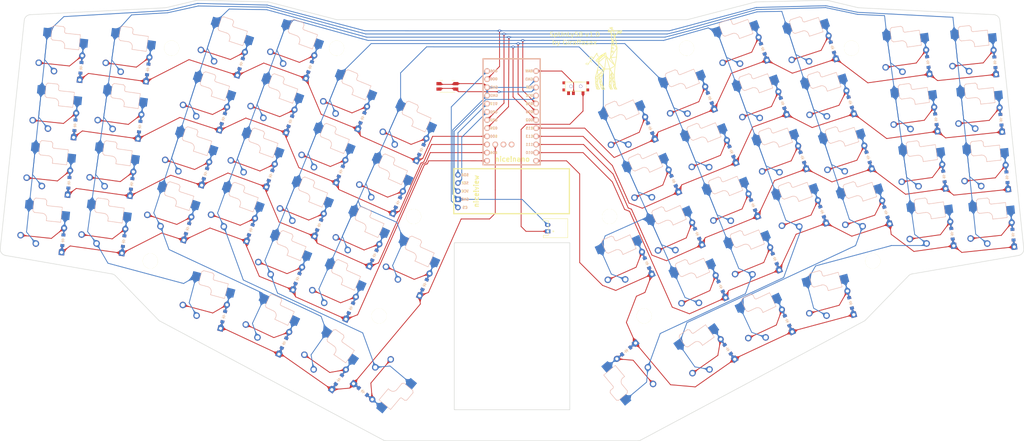
<source format=kicad_pcb>
(kicad_pcb (version 20221018) (generator pcbnew)
  (title_block (title "SpUnLy58") (rev "v1.0.0") (company "Unknown"))
  (layers (0 "F.Cu" signal) (31 "B.Cu" signal) (34 "B.Paste" user) (35 "F.Paste" user) (36 "B.SilkS" user "B.Silkscreen") (37 "F.SilkS" user "F.Silkscreen") (38 "B.Mask" user) (39 "F.Mask" user) (44 "Edge.Cuts" user))
  (net 0 "")
  (net 1 "P008")
  (net 2 "outerp_bottom")
  (net 3 "outerp_home")
  (net 4 "outerp_top")
  (net 5 "outerp_num")
  (net 6 "P022")
  (net 7 "pinky_bottom")
  (net 8 "pinky_home")
  (net 9 "pinky_top")
  (net 10 "pinky_num")
  (net 11 "P024")
  (net 12 "ring_bottom")
  (net 13 "ring_home")
  (net 14 "ring_top")
  (net 15 "ring_num")
  (net 16 "P031")
  (net 17 "middle_bottom")
  (net 18 "middle_home")
  (net 19 "middle_top")
  (net 20 "middle_num")
  (net 21 "P029")
  (net 22 "index_bottom")
  (net 23 "index_home")
  (net 24 "index_top")
  (net 25 "index_num")
  (net 26 "P002")
  (net 27 "inner_bottom")
  (net 28 "inner_home")
  (net 29 "inner_top")
  (net 30 "inner_num")
  (net 31 "center_home")
  (net 32 "outerth_thumb")
  (net 33 "middle_thumb")
  (net 34 "layer_thumb")
  (net 35 "main_thumb")
  (net 36 "mirror_outerp_bottom")
  (net 37 "mirror_outerp_home")
  (net 38 "mirror_outerp_top")
  (net 39 "mirror_outerp_num")
  (net 40 "mirror_pinky_bottom")
  (net 41 "mirror_pinky_home")
  (net 42 "mirror_pinky_top")
  (net 43 "mirror_pinky_num")
  (net 44 "mirror_ring_bottom")
  (net 45 "mirror_ring_home")
  (net 46 "mirror_ring_top")
  (net 47 "mirror_ring_num")
  (net 48 "mirror_middle_bottom")
  (net 49 "mirror_middle_home")
  (net 50 "mirror_middle_top")
  (net 51 "mirror_middle_num")
  (net 52 "mirror_index_bottom")
  (net 53 "mirror_index_home")
  (net 54 "mirror_index_top")
  (net 55 "mirror_index_num")
  (net 56 "mirror_inner_bottom")
  (net 57 "mirror_inner_home")
  (net 58 "mirror_inner_top")
  (net 59 "mirror_inner_num")
  (net 60 "mirror_center_home")
  (net 61 "mirror_outerth_thumb")
  (net 62 "mirror_middle_thumb")
  (net 63 "mirror_layer_thumb")
  (net 64 "mirror_main_thumb")
  (net 65 "P106")
  (net 66 "P104")
  (net 67 "P011")
  (net 68 "P100")
  (net 69 "P101")
  (net 70 "P010")
  (net 71 "P111")
  (net 72 "P113")
  (net 73 "P115")
  (net 74 "P009")
  (net 75 "RAW")
  (net 76 "GND")
  (net 77 "RST")
  (net 78 "VCC")
  (net 79 "P006")
  (net 80 "P017")
  (net 81 "P020")
  (net 82 "P102")
  (net 83 "P107")
  (net 84 "pos")
  (footprint "E73:SPDT_C128955" (layer "F.Cu") (at 214.866725 92.630626)
    (fp_text reference "T1" hide)
    (fp_text value "" hide)
  )
  (footprint "temp:giraffasax-logo" (layer "F.Cu") (at 223.6 83.8)
    (fp_text reference "G***" hide)
    (fp_text value "LOGO" hide)
  )
  (footprint "ComboDiode" (layer "F.Cu") (at 152.146188 145.236373 66)
    (fp_text reference "D22" hide)
    (fp_text value "" hide)
  )
  (footprint "ComboDiode" (layer "F.Cu") (at 351.032409 138.835371 96)
    (fp_text reference "D30" hide)
    (fp_text value "" hide)
  )
  (footprint "ComboDiode" (layer "F.Cu") (at 105.082441 102.693505 72)
    (fp_text reference "D11" hide)
    (fp_text value "" hide)
  )
  (footprint "ComboDiode" (layer "F.Cu") (at 113.656247 137.323357 70)
    (fp_text reference "D13" hide)
    (fp_text value "" hide)
  )
  (footprint "Kailh_socket_PG1350_optional_mkultra" (layer "F.Cu") (at 243.497094 138.226621 24)
    (fp_text reference "S51" hide)
    (fp_text value "" hide)
  )
  (footprint "ComboDiode" (layer "F.Cu") (at 276.833322 146.316767 112)
    (fp_text reference "D46" hide)
    (fp_text value "" hide)
  )
  (footprint "ComboDiode" (layer "F.Cu") (at 263.347471 112.93815 112)
    (fp_text reference "D48" hide)
    (fp_text value "" hide)
  )
  (footprint "Kailh_socket_PG1350_optional_mkultra" (layer "F.Cu") (at 135.533673 112.319907 -22)
    (fp_text reference "S19" hide)
    (fp_text value "" hide)
  )
  (footprint "Kailh_socket_PG1350_optional_mkultra" (layer "F.Cu") (at 253.123264 175.96416 35)
    (fp_text reference "S57" hide)
    (fp_text value "" hide)
  )
  (footprint "Kailh_socket_PG1350_optional_mkultra" (layer "F.Cu") (at 138.915122 154.670451 -24)
    (fp_text reference "S21" hide)
    (fp_text value "" hide)
  )
  (footprint "ComboDiode" (layer "F.Cu") (at 311.46807 131.83278 108)
    (fp_text reference "D38" hide)
    (fp_text value "" hide)
  )
  (footprint "ComboDiode" (layer "F.Cu") (at 79.052194 105.176229 82)
    (fp_text reference "D7" hide)
    (fp_text value "" hide)
  )
  (footprint "ComboDiode" (layer "F.Cu") (at 252.660776 138.525229 114)
    (fp_text reference "D51" hide)
    (fp_text value "" hide)
  )
  (footprint "Kailh_socket_PG1350_optional_mkultra" (layer "F.Cu") (at 71.439147 100.066972 -8)
    (fp_text reference "S7" hide)
    (fp_text value "" hide)
  )
  (footprint "Kailh_socket_PG1350_optional_mkultra" (layer "F.Cu") (at 320.799409 117.891803 8)
    (fp_text reference "S35" hide)
    (fp_text value "" hide)
  )
  (footprint "HOLE_M2_TH" (layer "F.Cu") (at 307.372511 147.026327 11.5)
    (fp_text reference "_6" hide)
    (fp_text value "")
  )
  (footprint "Kailh_socket_PG1350_optional_mkultra" (layer "F.Cu") (at 66.428949 135.71663 -8)
    (fp_text reference "S5" hide)
    (fp_text value "" hide)
  )
  (footprint "ComboDiode" (layer "F.Cu") (at 56.992156 122.658666 84)
    (fp_text reference "D2" hide)
    (fp_text value "" hide)
  )
  (footprint "HOLE_M2_TH" (layer "F.Cu") (at 140.366721 80.749535)
    (fp_text reference "_3" hide)
    (fp_text value "")
  )
  (footprint "Kailh_socket_PG1350_optional_mkultra" (layer "F.Cu") (at 119.584591 96.914001 -20)
    (fp_text reference "S15" hide)
    (fp_text value "" hide)
  )
  (footprint "Kailh_socket_PG1350_optional_mkultra" (layer "F.Cu") (at 98.292986 158.336028 -15)
    (fp_text reference "S26" hide)
    (fp_text value "" hide)
  )
  (footprint "ComboDiode" (layer "F.Cu") (at 332.030917 138.529514 98)
    (fp_text reference "D34" hide)
    (fp_text value "" hide)
  )
  (footprint "ComboDiode" (layer "F.Cu") (at 300.444648 160.064471 105)
    (fp_text reference "D55" hide)
    (fp_text value "" hide)
  )
  (footprint "ComboDiode" (layer "F.Cu") (at 60.755221 86.855903 84)
    (fp_text reference "D4" hide)
    (fp_text value "" hide)
  )
  (footprint "Kailh_socket_PG1350_optional_mkultra" (layer "F.Cu") (at 296.823453 113.458937 18)
    (fp_text reference "S39" hide)
    (fp_text value "" hide)
  )
  (footprint "HOLE_M2_TH" (layer "F.Cu") (at 88.989455 80.731551 -13)
    (fp_text reference "_1" hide)
    (fp_text value "")
  )
  (footprint "ComboDiode" (layer "F.Cu") (at 280.678261 165.612584 115)
    (fp_text reference "D56" hide)
    (fp_text value "" hide)
  )
  (footprint "ComboDiode" (layer "F.Cu") (at 305.905761 114.713732 108)
    (fp_text reference "D39" hide)
    (fp_text value "" hide)
  )
  (footprint "Kailh_socket_PG1350_optional_mkultra" (layer "F.Cu") (at 146.236399 138.226612 -24)
    (fp_text reference "S22" hide)
    (fp_text value "" hide)
  )
  (footprint "Kailh_socket_PG1350_optional_mkultra" (layer "F.Cu") (at 98.472314 96.339895 -18)
    (fp_text reference "S11" hide)
    (fp_text value "" hide)
  )
  (footprint "Kailh_socket_PG1350_optional_mkultra" (layer "F.Cu") (at 160.878917 105.338974 -24)
    (fp_text reference "S24" hide)
    (fp_text value "" hide)
  )
  (footprint "HOLE_M2_TH" (layer "F.Cu") (at 153.59024 164.131678 -29.5)
    (fp_text reference "_7" hide)
    (fp_text value "")
  )
  (footprint "ComboDiode" (layer "F.Cu") (at 294.781133 80.475733 108)
    (fp_text reference "D41" hide)
    (fp_text value "" hide)
  )
  (footprint "ComboDiode" (layer "F.Cu") (at 105.226571 164.335003 75)
    (fp_text reference "D26" hide)
    (fp_text value "" hide)
  )
  (footprint "Kailh_socket_PG1350_optional_mkultra" (layer "F.Cu") (at 136.610199 175.964159 -35)
    (fp_text reference "S28" hide)
    (fp_text value "" hide)
  )
  (footprint "ComboDiode" (layer "F.Cu") (at 76.54707 123.001052 82)
    (fp_text reference "D6" hide)
    (fp_text value "" hide)
  )
  (footprint "ComboDiode" (layer "F.Cu") (at 58.873693 104.757305 84)
    (fp_text reference "D3" hide)
    (fp_text value "" hide)
  )
  (footprint "ComboDiode" (layer "F.Cu") (at 238.018249 105.637593 114)
    (fp_text reference "D53" hide)
    (fp_text value "" hide)
  )
  (footprint "HOLE_M2_TH" (layer "F.Cu") (at 225.369826 133.161759 24)
    (fp_text reference "_10" hide)
    (fp_text value "")
  )
  (footprint "ComboDiode" (layer "F.Cu") (at 159.467451 128.792571 66)
    (fp_text reference "D23" hide)
    (fp_text value "" hide)
  )
  (footprint "Kailh_socket_PG1350_optional_mkultra" (layer "F.Cu") (at 254.199763 112.319927 22)
    (fp_text reference "S48" hide)
    (fp_text value "" hide)
  )
  (footprint "ComboDiode" (layer "F.Cu") (at 99.520127 119.812537 72)
    (fp_text reference "D10" hide)
    (fp_text value "" hide)
  )
  (footprint "Kailh_socket_PG1350_optional_mkultra" (layer "F.Cu") (at 267.685611 145.698553 22)
    (fp_text reference "S46" hide)
    (fp_text value "" hide)
  )
  (footprint "Kailh_socket_PG1350_optional_mkultra" (layer "F.Cu") (at 87.347692 130.577942 -18)
    (fp_text reference "S9" hide)
    (fp_text value "" hide)
  )
  (footprint "Kailh_socket_PG1350_optional_mkultra" (layer "F.Cu") (at 118.222719 165.473925 -25)
    (fp_text reference "S27" hide)
    (fp_text value "" hide)
  )
  (footprint "Kailh_socket_PG1350_optional_mkultra" (layer "F.Cu") (at 271.510747 165.473938 25)
    (fp_text reference "S56" hide)
    (fp_text value "" hide)
  )
  (footprint "Kailh_socket_PG1350_optional_mkultra" (layer "F.Cu") (at 52.968513 82.015424 -6)
    (fp_text reference "S4" hide)
    (fp_text value "" hide)
  )
  (footprint "HOLE_M2_TH" (layer "F.Cu") (at 249.366749 80.74955)
    (fp_text reference "_4" hide)
    (fp_text value "")
  )
  (footprint "HOLE_M2_TH" (layer "F.Cu") (at 300.744025 80.731518 13)
    (fp_text reference "_2" hide)
    (fp_text value "")
  )
  (footprint "Kailh_socket_PG1350_optional_mkultra" (layer "F.Cu") (at 122.047849 145.698538 -22)
    (fp_text reference "S17" hide)
    (fp_text value "" hide)
  )
  (footprint "lib:niceView_headers" (layer "F.Cu") (at 176.866735 125.282797)
    (fp_text reference "niceView1" hide)
    (fp_text value "niceView" hide)
  )
  (footprint "Kailh_socket_PG1350_optional_mkultra" (layer "F.Cu") (at 336.764956 82.015444 6)
    (fp_text reference "S33" hide)
    (fp_text value "" hide)
  )
  (footprint "Kailh_socket_PG1350_optional_mkultra" (layer "F.Cu") (at 291.261145 96.339906 18)
    (fp_text reference "S40" hide)
    (fp_text value "" hide)
  )
  (footprint "ComboDiode" (layer "F.Cu") (at 148.560392 187.678554 -40)
    (fp_text reference "D29" hide)
    (fp_text value "" hide)
  )
  (footprint "Kailh_socket_PG1350_optional_mkultra" (layer "F.Cu") (at 302.385752 130.577925 18)
    (fp_text reference "S38" hide)
    (fp_text value "" hide)
  )
  (footprint "Kailh_socket_PG1350_optional_mkultra" (layer "F.Cu") (at 247.456848 95.630622 22)
    (fp_text reference "S49" hide)
    (fp_text value "" hide)
  )
  (footprint "ComboDiode" (layer "F.Cu") (at 291.582144 131.680031 110)
    (fp_text reference "D42" hide)
    (fp_text value "" hide)
  )
  (footprint "Panasonic_EVQPUL_EVQPUC" (layer "F.Cu") (at 174.86673 92.630632)
    (fp_text reference "B1" hide)
    (fp_text value "Panasonic_EVQPUL_EVQPUC" hide)
  )
  (footprint "Kailh_socket_PG1350_optional_mkultra" (layer "F.Cu") (at 104.034623 79.220876 -18)
    (fp_text reference "S12" hide)
    (fp_text value "" hide)
  )
  (footprint "ComboDiode" (layer "F.Cu") (at 230.567066 175.038831 -140)
    (fp_text reference "D58" hide)
    (fp_text value "" hide)
  )
  (footprint "Kailh_socket_PG1350_optional_mkultra" (layer "F.Cu") (at 68.934069 117.891781 -8)
    (fp_text reference "S6" hide)
    (fp_text value "" hide)
  )
  (footprint "ComboDiode" (layer "F.Cu") (at 81.557309 87.351397 82)
    (fp_text reference "D8" hide)
    (fp_text value "" hide)
  )
  (footprint "ComboDiode" (layer "F.Cu") (at 125.968987 103.49442 70)
    (fp_text reference "D15" hide)
    (fp_text value "" hide)
  )
  (footprint "Kailh_socket_PG1350_optional_mkultra" (layer "F.Cu") (at 228.854539 105.338978 24)
    (fp_text reference "S53" hide)
    (fp_text value "" hide)
  )
  (footprint "Kailh_socket_PG1350_optional_mkultra" (layer "F.Cu") (at 153.557634 121.782807 -24)
    (fp_text reference "S23" hide)
    (fp_text value "" hide)
  )
  (footprint "ComboDiode" (layer "F.Cu") (at 110.644768 85.574502 72)
    (fp_text reference "D12" hide)
    (fp_text value "" hide)
  )
  (footprint "Kailh_socket_PG1350_optional_mkultra" (layer "F.Cu") (at 342.409506 135.719631 6)
    (fp_text reference "S30" hide)
    (fp_text value "" hide)
  )
  (footprint "Kailh_socket_PG1350_optional_mkultra" (layer "F.Cu") (at 92.909989 113.458923 -18)
    (fp_text reference "S10" hide)
    (fp_text value "" hide)
  )
  (footprint "Kailh_socket_PG1350_optional_mkultra" (layer "F.Cu") (at 107.271853 130.742934 -20)
    (fp_text reference "S13" hide)
    (fp_text value "" hide)
  )
  (footprint "ComboDiode" (layer "F.Cu") (at 349.150901 120.93397 96)
    (fp_text reference "D31" hide)
    (fp_text value "" hide)
  )
  (footprint "Kailh_socket_PG1350_optional_mkultra" (layer "F.Cu") (at 291.440482 158.336025 15)
    (fp_text reference "S55" hide)
    (fp_text value "" hide)
  )
  (footprint "ComboDiode" (layer "F.Cu") (at 119.812618 120.408901 70)
    (fp_text reference "D14" hide)
    (fp_text value "" hide)
  )
  (footprint "ComboDiode" (layer "F.Cu") (at 132.125308 86.579969 70)
    (fp_text reference "D16" hide)
    (fp_text value "" hide)
  )
  (footprint "ComboDiode" (layer "F.Cu") (at 74.04195 140.825878 82)
    (fp_text reference "D5" hide)
    (fp_text value "" hide)
  )
  (footprint "ComboDiode" (layer "F.Cu") (at 141.684509 119.119172 68)
    (fp_text reference "D19" hide)
    (fp_text value "" hide)
  )
  (footprint "ComboDiode" (layer "F.Cu") (at 237.030431 147.673574 114)
    (fp_text reference "D54" hide)
    (fp_text value "" hide)
  )
  (footprint "ComboDiode" (layer "F.Cu") (at 262.175561 174.508749 125)
    (fp_text reference "D57" hide)
    (fp_text value "" hide)
  )
  (footprint "JST_PH_S2B-PH-K_02x2.00mm_Angled" (layer "F.Cu") (at 206.116747 136.782806 90)
    (fp_text reference "JST1" hide)
    (fp_text value "" hide)
  )
  (footprint "ComboDiode" (layer "F.Cu") (at 327.020676 102.879876 98)
    (fp_text reference "D36" hide)
    (fp_text value "" hide)
  )
  (footprint "ComboDiode" (layer "F.Cu") (at 134.941585 135.80849 68)
    (fp_text reference "D18" hide)
    (fp_text value "" hide)
  )
  (footprint "Kailh_socket_PG1350_optional_mkultra" (layer "F.Cu") (at 276.30522 113.828453 20)
    (fp_text reference "S43" hide)
    (fp_text value "" hide)
  )
  (footprint "Kailh_socket_PG1350_optional_mkultra" (layer "F.Cu") (at 236.175819 121.782787 24)
    (fp_text reference "S52" hide)
    (fp_text value "" hide)
  )
  (footprint "Kailh_socket_PG1350_optional_mkultra" (layer "F.Cu") (at 125.740945 79.999504 -20)
    (fp_text reference "S16" hide)
    (fp_text value "" hide)
  )
  (footprint "ComboDiode" (layer "F.Cu") (at 93.957826 136.93155 72)
    (fp_text reference "D9" hide)
    (fp_text value "" hide)
  )
  (footprint "Kailh_socket_PG1350_optional_mkultra" (layer "F.Cu") (at 113.428242 113.828464 -20)
    (fp_text reference "S14" hide)
    (fp_text value "" hide)
  )
  (footprint "ComboDiode" (layer "F.Cu") (at 148.427455 102.429841 68)
    (fp_text reference "D20" hide)
    (fp_text value "" hide)
  )
  (footprint "Kailh_socket_PG1350_optional_mkultra" (layer "F.Cu") (at 282.461589 130.7429 20)
    (fp_text reference "S42" hide)
    (fp_text value "" hide)
  )
  (footprint "Kailh_socket_PG1350_optional_mkultra" (layer "F.Cu") (at 156.927558 183.92983 -130)
    (fp_text reference "S29" hide)
    (fp_text value "" hide)
  )
  (footprint "Kailh_socket_PG1350_optional_mkultra" (layer "F.Cu") (at 232.805907 183.929856 130)
    (fp_text reference "S58" hide)
    (fp_text value "" hide)
  )
  (footprint "ComboDiode" (layer "F.Cu") (at 55.11066 140.560069 84)
    (fp_text reference "D1" hide)
    (fp_text value "" hide)
  )
  (footprint "ComboDiode" (layer "F.Cu") (at 273.113061 80.93661 110)
    (fp_text reference "D45" hide)
    (fp_text value "" hide)
  )
  (footprint "Kailh_socket_PG1350_optional_mkultra" (layer "F.Cu") (at 51.086997 99.916852 -6)
    (fp_text reference "S3" hide)
    (fp_text value "" hide)
  )
  (footprint "HOLE_M2_TH" (layer "F.Cu") (at 164.363638 133.161782 -24)
    (fp_text reference "_9" hide)
    (fp_text value "")
  )
  (footprint "Kailh_socket_PG1350_optional_mkultra" (layer "F.Cu") (at 73.94431 82.24215 -8)
    (fp_text reference "S8" hide)
    (fp_text value "" hide)
  )
  (footprint "Kailh_socket_PG1350_optional_mkultra" (layer "F.Cu") (at 340.527966 117.818249 6)
    (fp_text reference "S31" hide)
    (fp_text value "" hide)
  )
  (footprint "Kailh_socket_PG1350_optional_mkultra" (layer "F.Cu") (at 323.304514 135.716625 8)
    (fp_text reference "S34" hide)
    (fp_text value "" hide)
  )
  (footprint "ComboDiode" (layer "F.Cu") (at 166.788712 112.348735 66)
    (fp_text reference "D24" hide)
    (fp_text value "" hide)
  )
  (footprint "Kailh_socket_PG1350_optional_mkultra" (layer "F.Cu") (at 285.698843 79.220873 18)
    (fp_text reference "S41" hide)
    (fp_text value "" hide)
  )
  (footprint "ComboDiode" (layer "F.Cu") (at 245.339522 122.08143 114)
    (fp_text reference "D52" hide)
    (fp_text value "" hide)
  )
  (footprint "Kailh_socket_PG1350_optional_mkultra" (layer "F.Cu") (at 142.276603 95.630597 -22)
    (fp_text reference "S20" hide)
    (fp_text value "" hide)
  )
  (footprint "ComboDiode" (layer "F.Cu") (at 256.604537 96.24884 112)
    (fp_text reference "D49" hide)
    (fp_text value "" hide)
  )
  (footprint "ComboDiode" (layer "F.Cu") (at 329.525789 120.7047 98)
    (fp_text reference "D35" hide)
    (fp_text value "" hide)
  )
  (footprint "Kailh_socket_PG1350_optional_mkultra" (layer "F.Cu") (at 338.646468 99.916828 6)
    (fp_text reference "S32" hide)
    (fp_text value "" hide)
  )
  (footprint "Kailh_socket_PG1350_optional_mkultra" (layer "F.Cu") (at 161.86674 147.375 -24)
    (fp_text reference "S25" hide)
    (fp_text value "" hide)
  )
  (footprint "ComboDiode" (layer "F.Cu") (at 324.515575 85.055068 98)
    (fp_text reference "D37" hide)
    (fp_text value "" hide)
  )
  (footprint "ComboDiode" (layer "F.Cu") (at 144.824937 161.680207 66)
    (fp_text reference "D21" hide)
    (fp_text value "" hide)
  )
  (footprint "Kailh_socket_PG1350_optional_mkultra" (layer "F.Cu") (at 49.205476 117.818233 -6)
    (fp_text reference "S2" hide)
    (fp_text value "" hide)
  )
  (footprint "Kailh_socket_PG1350_optional_mkultra" (layer "F.Cu") (at 250.818335 154.670433 24)
    (fp_text reference "S50" hide)
    (fp_text value "" hide)
  )
  (footprint "Kailh_socket_PG1350_optional_mkultra" (layer "F.Cu") (at 315.789191 82.242162 8)
    (fp_text reference "S37" hide)
    (fp_text value "" hide)
  )
  (footprint "ComboDiode" (layer "F.Cu") (at 124.00929 172.585745 65)
    (fp_text reference "D27" hide)
    (fp_text value "" hide)
  )
  (footprint "ComboDiode" (layer "F.Cu") (at 345.387857 85.131186 96)
    (fp_text reference "D33" hide)
    (fp_text value "" hide)
  )
  (footprint "ComboDiode" (layer "F.Cu") (at 259.982019 154.969037 114)
    (fp_text reference "D50" hide)
    (fp_text value "" hide)
  )
  (footprint "ComboDiode" (layer "F.Cu") (at 128.198687 152.497787 68)
    (fp_text reference "D17" hide)
    (fp_text value "" hide)
  )
  (footprint "ComboDiode" (layer "F.Cu") (at 347.269375 103.032576 96)
    (fp_text reference "D32" hide)
    (fp_text value "" hide)
  )
  (footprint "ComboDiode" (layer "F.Cu") (at 167.776522 154.384724 66)
    (fp_text reference "D25" hide)
    (fp_text value "" hide)
  )
  (footprint "HOLE_M2_TH" (layer "F.Cu") (at 236.143215 164.131687 29.5)
    (fp_text reference "_8" hide)
    (fp_text value "")
  )
  (footprint "Kailh_socket_PG1350_optional_mkultra" (layer "F.Cu") (at 47.323973 135.719636 -6)
    (fp_text reference "S1" hide)
    (fp_text value "" hide)
  )
  (footprint "Kailh_socket_PG1350_optional_mkultra" (layer "F.Cu") (at 263.992496 79.999508 20)
    (fp_text reference "S45" hide)
    (fp_text value "" hide)
  )
  (footprint "Kailh_socket_PG1350_optional_mkultra" (layer "F.Cu") (at 227.866732 147.374972 24)
    (fp_text reference "S54" hide)
    (fp_text value "" hide)
  )
  (footprint "Kailh_socket_PG1350_optional_mkultra" (layer "F.Cu") (at 128.790764 129.009247 -22)
    (fp_text reference "S18" hide)
    (fp_text value "" hide)
  )
  (footprint "ComboDiode" (layer "F.Cu") (at 285.425804 114.765558 110)
    (fp_text reference "D43" hide)
    (fp_text value "" hide)
  )
  (footprint "ComboDiode" (layer "F.Cu") (at 279.269413 97.851083 110)
    (fp_text reference "D44" hide)
    (fp_text value "" hide)
  )
  (footprint "Kailh_socket_PG1350_optional_mkultra" (layer "F.Cu") (at 270.148884 96.91402 20)
    (fp_text reference "S44" hide)
    (fp_text value "" hide)
  )
  (footprint "Kailh_socket_PG1350_optional_mkultra" (layer "F.Cu") (at 318.294259 100.066979 8)
    (fp_text reference "S36" hide)
    (fp_text value "" hide)
  )
  (footprint "HOLE_M2_TH" (layer "F.Cu") (at 82.360945 147.026328 -11.5)
    (fp_text reference "_5" hide)
    (fp_text value "")
  )
  (footprint "ComboDiode" (layer "F.Cu") (at 300.343451 97.594747 108)
    (fp_text reference "D40" hide)
    (fp_text value "" hide)
  )
  (footprint "nice_nano" (layer "F.Cu") (at 194.866725 101.838983 -90)
    (fp_text reference "MCU1" hide)
    (fp_text value "nice_nano" hide)
  )
  (footprint "ComboDiode" (layer "F.Cu") (at 141.07392 183.972756 55)
    (fp_text reference "D28" hide)
    (fp_text value "" hide)
  )
  (footprint "ComboDiode" (layer "F.Cu") (at 270.090391 129.627473 112)
    (fp_text reference "D47" hide)
    (fp_text value "" hide)
  )
  (footprint "Kailh_socket_PG1350_optional_mkultra" (layer "F.Cu") (at 260.942699 129.009256 22)
    (fp_text reference "S47" hide)
    (fp_text value "" hide)
  )
  (gr_line (start 177.0062 193.341436) (end 213.006212 193.341432) (stroke (width 0.15)) (layer "Edge.Cuts"))
  (gr_line (start 154.928837 202.797371) (end 85.365763 165.744745) (stroke (width 0.15)) (layer "Edge.Cuts"))
  (gr_line (start 303.027577 68.15219) (end 345.038576 70.3022) (stroke (width 0.15)) (layer "Edge.Cuts"))
  (gr_arc (start 354.390742 143.118718) (mid 353.997307 144.533637) (end 352.743507 145.298347) (stroke (width 0.15)) (layer "Edge.Cuts"))
  (gr_line (start 84.871647 165.373362) (end 71.510977 151.624342) (stroke (width 0.15)) (layer "Edge.Cuts"))
  (gr_line (start 213.006212 193.341432) (end 213.006199 141.341409) (stroke (width 0.15)) (layer "Edge.Cuts"))
  (gr_line (start 249.732997 71.823952) (end 270.65401 66.394971) (stroke (width 0.15)) (layer "Edge.Cuts"))
  (gr_arc (start 292.795033 65.808347) (mid 293.053487 65.818853) (end 293.308428 65.862607) (stroke (width 0.15)) (layer "Edge.Cuts"))
  (gr_line (start 304.646658 165.744769) (end 235.083562 202.797364) (stroke (width 0.15)) (layer "Edge.Cuts"))
  (gr_arc (start 85.365763 165.744753) (mid 85.104284 165.578245) (end 84.871647 165.373362) (stroke (width 0.15)) (layer "Edge.Cuts"))
  (gr_line (start 87.347751 68.099982) (end 96.703998 65.862597) (stroke (width 0.15)) (layer "Edge.Cuts"))
  (gr_line (start 293.308428 65.862607) (end 302.664671 68.099962) (stroke (width 0.15)) (layer "Edge.Cuts"))
  (gr_arc (start 270.65401 66.394971) (mid 270.879238 66.350155) (end 271.108117 66.331424) (stroke (width 0.15)) (layer "Edge.Cuts"))
  (gr_arc (start 235.083562 202.797364) (mid 234.627884 202.972566) (end 234.143338 203.032179) (stroke (width 0.15)) (layer "Edge.Cuts"))
  (gr_line (start 234.143338 203.032179) (end 155.869054 203.032145) (stroke (width 0.15)) (layer "Edge.Cuts"))
  (gr_arc (start 155.869053 203.032142) (mid 155.384512 202.972552) (end 154.928837 202.797371) (stroke (width 0.15)) (layer "Edge.Cuts"))
  (gr_line (start 213.006199 141.341409) (end 177.006216 141.341446) (stroke (width 0.15)) (layer "Edge.Cuts"))
  (gr_line (start 177.006216 141.341446) (end 177.0062 193.341436) (stroke (width 0.15)) (layer "Edge.Cuts"))
  (gr_arc (start 140.781784 71.888079) (mid 140.528565 71.871988) (end 140.279428 71.823936) (stroke (width 0.15)) (layer "Edge.Cuts"))
  (gr_arc (start 87.347751 68.099982) (mid 87.167491 68.134427) (end 86.984832 68.152193) (stroke (width 0.15)) (layer "Edge.Cuts"))
  (gr_line (start 271.108117 66.331424) (end 292.795033 65.808347) (stroke (width 0.15)) (layer "Edge.Cuts"))
  (gr_line (start 346.925391 72.090522) (end 354.390742 143.118718) (stroke (width 0.15)) (layer "Edge.Cuts"))
  (gr_line (start 35.621654 143.118716) (end 43.08701 72.090538) (stroke (width 0.15)) (layer "Edge.Cuts"))
  (gr_arc (start 96.703969 65.86261) (mid 96.95891 65.818846) (end 97.217366 65.80834) (stroke (width 0.15)) (layer "Edge.Cuts"))
  (gr_arc (start 305.140734 165.373388) (mid 304.908124 165.578274) (end 304.646658 165.744769) (stroke (width 0.15)) (layer "Edge.Cuts"))
  (gr_arc (start 249.732997 71.823948) (mid 249.483851 71.871982) (end 249.230628 71.888065) (stroke (width 0.15)) (layer "Edge.Cuts"))
  (gr_arc (start 37.268931 145.298349) (mid 36.015127 144.533643) (end 35.621654 143.118716) (stroke (width 0.15)) (layer "Edge.Cuts"))
  (gr_arc (start 345.038576 70.3022) (mid 346.312186 70.847964) (end 346.925391 72.090522) (stroke (width 0.15)) (layer "Edge.Cuts"))
  (gr_line (start 97.217366 65.80834) (end 118.904294 66.331425) (stroke (width 0.15)) (layer "Edge.Cuts"))
  (gr_line (start 119.358427 66.394966) (end 140.279428 71.823936) (stroke (width 0.15)) (layer "Edge.Cuts"))
  (gr_arc (start 43.087007 72.090526) (mid 43.700299 70.848043) (end 44.973859 70.302226) (stroke (width 0.15)) (layer "Edge.Cuts"))
  (gr_line (start 352.743507 145.298347) (end 319.594015 151.047582) (stroke (width 0.15)) (layer "Edge.Cuts"))
  (gr_arc (start 303.027575 68.152189) (mid 302.844925 68.134403) (end 302.664671 68.099962) (stroke (width 0.15)) (layer "Edge.Cuts"))
  (gr_line (start 70.41843 151.047597) (end 37.268928 145.298359) (stroke (width 0.15)) (layer "Edge.Cuts"))
  (gr_arc (start 118.904294 66.331425) (mid 119.133187 66.350141) (end 119.358427 66.394966) (stroke (width 0.15)) (layer "Edge.Cuts"))
  (gr_line (start 140.781764 71.888083) (end 249.230628 71.888065) (stroke (width 0.15)) (layer "Edge.Cuts"))
  (gr_line (start 318.501429 151.624355) (end 305.140734 165.373388) (stroke (width 0.15)) (layer "Edge.Cuts"))
  (gr_arc (start 318.501426 151.624339) (mid 319.00207 151.249484) (end 319.594015 151.047582) (stroke (width 0.15)) (layer "Edge.Cuts"))
  (gr_line (start 44.973859 70.302226) (end 86.984832 68.152193) (stroke (width 0.15)) (layer "Edge.Cuts"))
  (gr_arc (start 70.418413 151.047585) (mid 71.010344 151.249491) (end 71.510977 151.624342) (stroke (width 0.15)) (layer "Edge.Cuts"))
  (gr_text "SpUnLy58 v1.0\nby Giraffasax" (at 214.5 77.8) (layer "F.SilkS") (effects (font (size 1.5 1.5))))
  (segment (start 191.129705 75.316537) (end 191.129699 86.416538) (width 0.25) (layer "F.Cu") (net 1))
  (segment (start 191.129699 86.416538) (end 187.246725 90.40898) (width 0.25) (layer "F.Cu") (net 1))
  (via (at 191.129705 75.316537) (size 0.8) (drill 0.4) (layers "F.Cu" "B.Cu") (net 1))
  (segment (start 341.144672 123.685931) (end 337.5453 120.771175) (width 0.25) (layer "B.Cu") (net 1))
  (segment (start 55.434823 70.906624) (end 50.33339 75.755705) (width 0.25) (layer "B.Cu") (net 1))
  (segment (start 50.470289 105.78453) (end 47.555541 102.185097) (width 0.25) (layer "B.Cu") (net 1))
  (segment (start 271.080177 68.065528) (end 292.734819 67.511715) (width 0.25) (layer "B.Cu") (net 1))
  (segment (start 48.451884 93.657124) (end 48.451877 93.657116) (width 0.25) (layer "B.Cu") (net 1))
  (segment (start 46.570356 111.558502) (end 44.688854 129.459881) (width 0.25) (layer "B.Cu") (net 1))
  (segment (start 336.648962 112.243148) (end 336.648969 112.243138) (width 0.25) (layer "B.Cu") (net 1))
  (segment (start 52.351803 87.883108) (end 49.437073 84.283732) (width 0.25) (layer "B.Cu") (net 1))
  (segment (start 44.688855 129.459891) (end 43.792532 137.987919) (width 0.25) (layer "B.Cu") (net 1))
  (segment (start 343.026192 141.587325) (end 339.426807 138.672572) (width 0.25) (layer "B.Cu") (net 1))
  (segment (start 338.530488 130.144563) (end 336.648962 112.243148) (width 0.25) (layer "B.Cu") (net 1))
  (segment (start 118.734813 67.306623) (end 97.334814 66.806617) (width 0.25) (layer "B.Cu") (net 1))
  (segment (start 332.324126 71.114297) (end 332.326356 71.116106) (width 0.25) (layer "B.Cu") (net 1))
  (segment (start 339.263185 105.784539) (end 335.663791 102.869808) (width 0.25) (layer "B.Cu") (net 1))
  (segment (start 302.54901 69.55385) (end 332.324126 71.114297) (width 0.25) (layer "B.Cu") (net 1))
  (segment (start 44.688854 129.459881) (end 44.688855 129.459891) (width 0.25) (layer "B.Cu") (net 1))
  (segment (start 337.381677 87.883125) (end 333.782273 84.968405) (width 0.25) (layer "B.Cu") (net 1))
  (segment (start 334.767459 94.341767) (end 334.767463 94.341766) (width 0.25) (layer "B.Cu") (net 1))
  (segment (start 87.734817 69.006626) (end 55.434823 70.906624) (width 0.25) (layer "B.Cu") (net 1))
  (segment (start 244.034818 75.316541) (end 244.961719 75.063946) (width 0.25) (layer "B.Cu") (net 1))
  (segment (start 149.134819 75.30662) (end 118.734813 67.306623) (width 0.25) (layer "B.Cu") (net 1))
  (segment (start 49.437073 84.283732) (end 50.333396 75.75571) (width 0.25) (layer "B.Cu") (net 1))
  (segment (start 48.588768 123.685888) (end 45.674051 120.086523) (width 0.25) (layer "B.Cu") (net 1))
  (segment (start 292.734819 67.511715) (end 302.54901 69.55385) (width 0.25) (layer "B.Cu") (net 1))
  (segment (start 332.885956 76.440377) (end 334.767463 94.341766) (width 0.25) (layer "B.Cu") (net 1))
  (segment (start 333.782273 84.968405) (end 332.885956 76.440377) (width 0.25) (layer "B.Cu") (net 1))
  (segment (start 191.129705 75.316537) (end 244.034818 75.316541) (width 0.25) (layer "B.Cu") (net 1))
  (segment (start 191.129705 75.316537) (end 149.134819 75.30662) (width 0.25) (layer "B.Cu") (net 1))
  (segment (start 335.663791 102.869808) (end 334.767463 94.341766) (width 0.25) (layer "B.Cu") (net 1))
  (segment (start 50.333396 75.75571) (end 48.451884 93.657124) (width 0.25) (layer "B.Cu") (net 1))
  (segment (start 332.326356 71.116106) (end 332.885951 76.440366) (width 0.25) (layer "B.Cu") (net 1))
  (segment (start 43.792532 137.987919) (end 46.707253 141.587317) (width 0.25) (layer "B.Cu") (net 1))
  (segment (start 337.5453 120.771175) (end 336.648969 112.243138) (width 0.25) (layer "B.Cu") (net 1))
  (segment (start 339.426807 138.672572) (end 338.530488 130.144563) (width 0.25) (layer "B.Cu") (net 1))
  (segment (start 97.034814 66.80662) (end 87.734817 69.006626) (width 0.25) (layer "B.Cu") (net 1))
  (segment (start 244.961719 75.063946) (end 271.080177 68.065528) (width 0.25) (layer "B.Cu") (net 1))
  (segment (start 97.334814 66.806617) (end 97.034814 66.80662) (width 0.25) (layer "B.Cu") (net 1))
  (segment (start 45.674051 120.086523) (end 46.570356 111.558502) (width 0.25) (layer "B.Cu") (net 1))
  (segment (start 47.555541 102.185097) (end 48.451877 93.657116) (width 0.25) (layer "B.Cu") (net 1))
  (segment (start 336.648969 112.243138) (end 334.767459 94.341767) (width 0.25) (layer "B.Cu") (net 1))
  (segment (start 48.451877 93.657116) (end 46.570356 111.558502) (width 0.25) (layer "B.Cu") (net 1))
  (segment (start 51.541334 139.983817) (end 55.508921 136.770956) (width 0.25) (layer "F.Cu") (net 2))
  (segment (start 41.954121 138.976163) (end 51.541334 139.983817) (width 0.25) (layer "F.Cu") (net 2))
  (segment (start 55.508925 136.770979) (end 55.283115 138.919098) (width 0.25) (layer "F.Cu") (net 2))
  (segment (start 55.508925 136.770979) (end 55.283112 138.9191) (width 0.25) (layer "B.Cu") (net 2))
  (segment (start 55.945614 132.85514) (end 55.5364 136.748708) (width 0.25) (layer "B.Cu") (net 2))
  (segment (start 55.5364 136.748708) (end 55.508925 136.770979) (width 0.25) (layer "B.Cu") (net 2))
  (segment (start 53.422833 122.082438) (end 57.390407 118.869534) (width 0.25) (layer "F.Cu") (net 3))
  (segment (start 43.835661 121.074769) (end 53.422833 122.082438) (width 0.25) (layer "F.Cu") (net 3))
  (segment (start 57.390433 118.869536) (end 57.164648 121.017739) (width 0.25) (layer "F.Cu") (net 3))
  (segment (start 57.417898 118.847313) (end 57.390428 118.869539) (width 0.25) (layer "B.Cu") (net 3))
  (segment (start 57.390428 118.869539) (end 57.164645 121.017729) (width 0.25) (layer "B.Cu") (net 3))
  (segment (start 57.827136 114.953763) (end 57.417898 118.847313) (width 0.25) (layer "B.Cu") (net 3))
  (segment (start 59.271932 100.968163) (end 59.046171 103.116345) (width 0.25) (layer "F.Cu") (net 4))
  (segment (start 45.71718 103.173388) (end 55.304371 104.181045) (width 0.25) (layer "F.Cu") (net 4))
  (segment (start 55.304371 104.181045) (end 59.271945 100.968152) (width 0.25) (layer "F.Cu") (net 4))
  (segment (start 59.271938 100.968161) (end 59.046155 103.116331) (width 0.25) (layer "B.Cu") (net 4))
  (segment (start 59.708656 97.052379) (end 59.299425 100.945929) (width 0.25) (layer "B.Cu") (net 4))
  (segment (start 59.299425 100.945929) (end 59.271938 100.968161) (width 0.25) (layer "B.Cu") (net 4))
  (segment (start 57.185898 86.27962) (end 61.153451 83.06678) (width 0.25) (layer "F.Cu") (net 5))
  (segment (start 61.153451 83.066782) (end 60.927671 85.214922) (width 0.25) (layer "F.Cu") (net 5))
  (segment (start 47.598691 85.272004) (end 57.185898 86.27962) (width 0.25) (layer "F.Cu") (net 5))
  (segment (start 61.180936 83.044515) (end 61.153451 83.066782) (width 0.25) (layer "B.Cu") (net 5))
  (segment (start 61.590166 79.15097) (end 61.180936 83.044515) (width 0.25) (layer "B.Cu") (net 5))
  (segment (start 61.153451 83.066782) (end 60.92767 85.214929) (width 0.25) (layer "B.Cu") (net 5))
  (segment (start 192.505517 76.316536) (end 192.505524 97.850192) (width 0.25) (layer "F.Cu") (net 6))
  (segment (start 192.505524 97.850192) (end 187.24673 103.10899) (width 0.25) (layer "F.Cu") (net 6))
  (via (at 192.505517 76.316536) (size 0.8) (drill 0.4) (layers "F.Cu" "B.Cu") (net 6))
  (segment (start 292.684764 68.100387) (end 302.634818 70.206622) (width 0.25) (layer "B.Cu") (net 6))
  (segment (start 323.478236 142.206622) (end 324.125641 141.559219) (width 0.25) (layer "B.Cu") (net 6))
  (segment (start 71.529226 75.894273) (end 71.529266 75.894261) (width 0.25) (layer "B.Cu") (net 6))
  (segment (start 314.223075 94.630674) (end 314.223088 94.63067) (width 0.25) (layer "B.Cu") (net 6))
  (segment (start 69.162901 147.71677) (end 65.607812 141.559202) (width 0.25) (layer "B.Cu") (net 6))
  (segment (start 311.034821 70.606628) (end 311.717975 76.805854) (width 0.25) (layer "B.Cu") (net 6))
  (segment (start 73.123184 88.084727) (end 70.335855 84.385799) (width 0.25) (layer "B.Cu") (net 6))
  (segment (start 118.692805 67.964484) (end 97.333906 67.59167) (width 0.25) (layer "B.Cu") (net 6))
  (segment (start 302.634818 70.206622) (end 311.034821 70.606628) (width 0.25) (layer "B.Cu") (net 6))
  (segment (start 66.519008 111.54393) (end 66.51901 111.543923) (width 0.25) (layer "B.Cu") (net 6))
  (segment (start 62.820474 137.860289) (end 64.013907 129.368718) (width 0.25) (layer "B.Cu") (net 6))
  (segment (start 64.013907 129.368718) (end 66.519008 111.54393) (width 0.25) (layer "B.Cu") (net 6))
  (segment (start 149.429698 76.316545) (end 118.692985 67.964679) (width 0.25) (layer "B.Cu") (net 6))
  (segment (start 313.026234 142.254898) (end 313.07451 142.20662) (width 0.25) (layer "B.Cu") (net 6))
  (segment (start 315.416502 103.122219) (end 314.223088 94.63067) (width 0.25) (layer "B.Cu") (net 6))
  (segment (start 70.618046 105.909564) (end 67.830706 102.210628) (width 0.25) (layer "B.Cu") (net 6))
  (segment (start 97.333906 67.59167) (end 87.734818 69.706628) (width 0.25) (layer "B.Cu") (net 6))
  (segment (start 96.669553 151.741122) (end 92.711139 154.026507) (width 0.25) (layer "B.Cu") (net 6))
  (segment (start 321.620543 123.734372) (end 317.921598 120.947068) (width 0.25) (layer "B.Cu") (net 6))
  (segment (start 320.426716 138.771882) (end 324.125655 141.559206) (width 0.25) (layer "B.Cu") (net 6))
  (segment (start 311.71796 76.805841) (end 314.223075 94.630674) (width 0.25) (layer "B.Cu") (net 6))
  (segment (start 65.325605 120.035454) (end 66.51901 111.543923) (width 0.25) (layer "B.Cu") (net 6))
  (segment (start 68.11293 123.73438) (end 65.325605 120.035454) (width 0.25) (layer "B.Cu") (net 6))
  (segment (start 246.334816 75.606617) (end 271.178188 68.706621) (width 0.25) (layer "B.Cu") (net 6))
  (segment (start 316.728192 112.4555) (end 319.233311 130.28032) (width 0.25) (layer "B.Cu") (net 6))
  (segment (start 67.830706 102.210628) (end 69.02413 93.719069) (width 0.25) (layer "B.Cu") (net 6))
  (segment (start 292.967531 164.035002) (end 288.956497 161.719227) (width 0.25) (layer "B.Cu") (net 6))
  (segment (start 271.178188 68.706621) (end 292.684764 68.100387) (width 0.25) (layer "B.Cu") (net 6))
  (segment (start 319.233311 130.28032) (end 319.233308 130.280323) (width 0.25) (layer "B.Cu") (net 6))
  (segment (start 289.562979 148.541862) (end 313.026234 142.254898) (width 0.25) (layer "B.Cu") (net 6))
  (segment (start 87.734818 69.706628) (end 76.513092 70.359134) (width 0.25) (layer "B.Cu") (net 6))
  (segment (start 317.921598 120.947068) (end 316.728192 112.4555) (width 0.25) (layer "B.Cu") (net 6))
  (segment (start 312.911378 85.29739) (end 311.71796 76.805841) (width 0.25) (layer "B.Cu") (net 6))
  (segment (start 313.07451 142.20662) (end 323.478236 142.206622) (width 0.25) (layer "B.Cu") (net 6))
  (segment (start 94.450155 160.023939) (end 96.765937 164.035008) (width 0.25) (layer "B.Cu") (net 6))
  (segment (start 70.335855 84.385799) (end 71.529266 75.894261) (width 0.25) (layer "B.Cu") (net 6))
  (segment (start 92.711139 154.026507) (end 69.162901 147.71677) (width 0.25) (layer "B.Cu") (net 6))
  (segment (start 192.505517 76.316536) (end 243.329699 76.316542) (width 0.25) (layer "B.Cu") (net 6))
  (segment (start 319.233308 130.280323) (end 320.426716 138.771882) (width 0.25) (layer "B.Cu") (net 6))
  (segment (start 319.115408 105.909567) (end 315.416502 103.122219) (width 0.25) (layer "B.Cu") (net 6))
  (segment (start 288.956497 161.719227) (end 286.737106 153.436414) (width 0.25) (layer "B.Cu") (net 6))
  (segment (start 316.610286 88.084706) (end 312.911378 85.29739) (width 0.25) (layer "B.Cu") (net 6))
  (segment (start 96.669548 151.74114) (end 94.450155 160.023939) (width 0.25) (layer "B.Cu") (net 6))
  (segment (start 314.223088 94.63067) (end 316.72819 112.455487) (width 0.25) (layer "B.Cu") (net 6))
  (segment (start 243.329699 76.316542) (end 246.334816 75.606617) (width 0.25) (layer "B.Cu") (net 6))
  (segment (start 286.737106 153.436414) (end 289.562979 148.541862) (width 0.25) (layer "B.Cu") (net 6))
  (segment (start 69.02413 93.719079) (end 69.02413 93.719069) (width 0.25) (layer "B.Cu") (net 6))
  (segment (start 65.607828 141.559207) (end 62.820474 137.860289) (width 0.25) (layer "B.Cu") (net 6))
  (segment (start 69.02413 93.719069) (end 71.529226 75.894273) (width 0.25) (layer "B.Cu") (net 6))
  (segment (start 118.692985 67.964679) (end 118.692805 67.964484) (width 0.25) (layer "B.Cu") (net 6))
  (segment (start 66.51901 111.543923) (end 69.02413 93.719079) (width 0.25) (layer "B.Cu") (net 6))
  (segment (start 76.513092 70.359134) (end 71.529259 75.894262) (width 0.25) (layer "B.Cu") (net 6))
  (segment (start 316.72819 112.455487) (end 316.728192 112.4555) (width 0.25) (layer "B.Cu") (net 6))
  (segment (start 192.505517 76.316536) (end 149.429698 76.316545) (width 0.25) (layer "B.Cu") (net 6))
  (segment (start 70.494921 140.125407) (end 74.572207 137.052957) (width 0.25) (layer "F.Cu") (net 7))
  (segment (start 74.5722 137.052933) (end 74.271603 139.191925) (width 0.25) (layer "F.Cu") (net 7))
  (segment (start 60.948745 138.783774) (end 70.494921 140.125407) (width 0.25) (layer "F.Cu") (net 7))
  (segment (start 75.145331 133.154783) (end 74.600457 137.031666) (width 0.25) (layer "B.Cu") (net 7))
  (segment (start 74.5722 137.052933) (end 74.271603 139.191925) (width 0.25) (layer "B.Cu") (net 7))
  (segment (start 74.600457 137.031666) (end 74.5722 137.052933) (width 0.25) (layer "B.Cu") (net 7))
  (segment (start 73.000046 122.30059) (end 77.077334 119.22811) (width 0.25) (layer "F.Cu") (net 8))
  (segment (start 77.077319 119.228114) (end 76.77671 121.367105) (width 0.25) (layer "F.Cu") (net 8))
  (segment (start 63.453847 120.958962) (end 73.000046 122.30059) (width 0.25) (layer "F.Cu") (net 8))
  (segment (start 77.105551 119.206844) (end 77.077319 119.228114) (width 0.25) (layer "B.Cu") (net 8))
  (segment (start 77.077319 119.228114) (end 76.77671 121.367105) (width 0.25) (layer "B.Cu") (net 8))
  (segment (start 77.650437 115.329963) (end 77.105551 119.206844) (width 0.25) (layer "B.Cu") (net 8))
  (segment (start 75.505186 104.475724) (end 79.582448 101.403325) (width 0.25) (layer "F.Cu") (net 9))
  (segment (start 79.58245 101.403329) (end 79.281822 103.542278) (width 0.25) (layer "F.Cu") (net 9))
  (segment (start 65.958952 103.134129) (end 75.505186 104.475724) (width 0.25) (layer "F.Cu") (net 9))
  (segment (start 79.6107 101.382035) (end 79.58245 101.403329) (width 0.25) (layer "B.Cu") (net 9))
  (segment (start 79.58245 101.403329) (end 79.281822 103.542278) (width 0.25) (layer "B.Cu") (net 9))
  (segment (start 80.155535 97.505119) (end 79.6107 101.382035) (width 0.25) (layer "B.Cu") (net 9))
  (segment (start 68.464097 85.309307) (end 78.010283 86.650947) (width 0.25) (layer "F.Cu") (net 10))
  (segment (start 82.087581 83.578468) (end 81.786943 85.717466) (width 0.25) (layer "F.Cu") (net 10))
  (segment (start 78.010283 86.650947) (end 82.087583 83.578461) (width 0.25) (layer "F.Cu") (net 10))
  (segment (start 82.660654 79.680292) (end 82.115794 83.557207) (width 0.25) (layer "B.Cu") (net 10))
  (segment (start 82.115794 83.557207) (end 82.087581 83.578468) (width 0.25) (layer "B.Cu") (net 10))
  (segment (start 82.087581 83.578468) (end 81.786943 85.717466) (width 0.25) (layer "B.Cu") (net 10))
  (segment (start 194.0297 77.316545) (end 193.928711 98.966994) (width 0.25) (layer "F.Cu") (net 11))
  (segment (start 193.928711 98.966994) (end 187.246724 105.648982) (width 0.25) (layer "F.Cu") (net 11))
  (via (at 194.0297 77.316545) (size 0.8) (drill 0.4) (layers "F.Cu" "B.Cu") (net 11))
  (segment (start 86.071639 123.907123) (end 86.071638 123.907125) (width 0.25) (layer "B.Cu") (net 11))
  (segment (start 283.395309 82.729455) (end 280.745487 74.574137) (width 0.25) (layer "B.Cu") (net 11))
  (segment (start 252.934814 74.606622) (end 271.334817 69.406619) (width 0.25) (layer "B.Cu") (net 11))
  (segment (start 267.112439 158.486034) (end 302.01775 142.209407) (width 0.25) (layer "B.Cu") (net 11))
  (segment (start 279.028074 69.256932) (end 279.021825 69.269213) (width 0.25) (layer "B.Cu") (net 11))
  (segment (start 88.984121 114.943418) (end 91.633948 106.788107) (width 0.25) (layer "B.Cu") (net 11))
  (segment (start 279.021825 69.269213) (end 280.745492 74.574122) (width 0.25) (layer "B.Cu") (net 11))
  (segment (start 91.086793 119.070151) (end 88.984121 114.943418) (width 0.25) (layer "B.Cu") (net 11))
  (segment (start 297.432416 125.931187) (end 291.870105 108.812188) (width 0.25) (layer "B.Cu") (net 11))
  (segment (start 266.028011 161.465457) (end 269.651967 169.237049) (width 0.25) (layer "B.Cu") (net 11))
  (segment (start 269.651967 169.237049) (end 274.004198 170.821146) (width 0.25) (layer "B.Cu") (net 11))
  (segment (start 149.734819 77.316539) (end 145.334817 76.106622) (width 0.25) (layer "B.Cu") (net 11))
  (segment (start 288.957624 99.848486) (end 286.307784 91.693169) (width 0.25) (layer "B.Cu") (net 11))
  (segment (start 91.633948 106.788107) (end 86.071639 123.907123) (width 0.25) (layer "B.Cu") (net 11))
  (segment (start 304.208961 136.189171) (end 300.082198 134.086481) (width 0.25) (layer "B.Cu") (net 11))
  (segment (start 100.108737 80.705382) (end 102.758556 72.550062) (width 0.25) (layer "B.Cu") (net 11))
  (segment (start 118.603453 68.75776) (end 106.89719 68.553434) (width 0.25) (layer "B.Cu") (net 11))
  (segment (start 83.421811 132.062437) (end 86.071638 123.907125) (width 0.25) (layer "B.Cu") (net 11))
  (segment (start 117.135763 156.957161) (end 117.769129 158.697304) (width 0.25) (layer "B.Cu") (net 11))
  (segment (start 102.758556 72.550062) (end 97.196236 89.669089) (width 0.25) (layer "B.Cu") (net 11))
  (segment (start 242.634814 77.30662) (end 252.934814 74.606622) (width 0.25) (layer "B.Cu") (net 11))
  (segment (start 287.522039 84.832131) (end 283.395309 82.729455) (width 0.25) (layer "B.Cu") (net 11))
  (segment (start 145.334817 76.106622) (end 118.603453 68.75776) (width 0.25) (layer "B.Cu") (net 11))
  (segment (start 266.028018 161.46548) (end 267.112439 158.486034) (width 0.25) (layer "B.Cu") (net 11))
  (segment (start 293.08437 101.951137) (end 288.957624 99.848486) (width 0.25) (layer "B.Cu") (net 11))
  (segment (start 94.54644 97.824405) (end 97.196236 89.669089) (width 0.25) (layer "B.Cu") (net 11))
  (segment (start 291.870096 108.812168) (end 286.307783 91.693169) (width 0.25) (layer "B.Cu") (net 11))
  (segment (start 300.082198 134.086481) (end 297.432416 125.931187) (width 0.25) (layer "B.Cu") (net 11))
  (segment (start 286.307783 91.693169) (end 286.307784 91.693169) (width 0.25) (layer "B.Cu") (net 11))
  (segment (start 291.870105 108.812188) (end 291.870096 108.812168) (width 0.25) (layer "B.Cu") (net 11))
  (segment (start 102.211415 84.832115) (end 100.108737 80.705382) (width 0.25) (layer "B.Cu") (net 11))
  (segment (start 85.524495 136.189182) (end 88.166732 143.448661) (width 0.25) (layer "B.Cu") (net 11))
  (segment (start 271.334817 69.406619) (end 279.028074 69.256932) (width 0.25) (layer "B.Cu") (net 11))
  (segment (start 97.196236 89.669089) (end 91.633948 106.788107) (width 0.25) (layer "B.Cu") (net 11))
  (segment (start 194.0297 77.316545) (end 242.634814 77.30662) (width 0.25) (layer "B.Cu") (net 11))
  (segment (start 286.307784 91.693169) (end 280.745489 74.574142) (width 0.25) (layer "B.Cu") (net 11))
  (segment (start 106.89719 68.553434) (end 102.758559 72.550062) (width 0.25) (layer "B.Cu") (net 11))
  (segment (start 294.519921 116.967493) (end 291.870096 108.812168) (width 0.25) (layer "B.Cu") (net 11))
  (segment (start 85.524494 136.189183) (end 83.421811 132.062437) (width 0.25) (layer "B.Cu") (net 11))
  (segment (start 194.0297 77.316545) (end 149.734819 77.316539) (width 0.25) (layer "B.Cu") (net 11))
  (segment (start 88.166732 143.448661) (end 117.135763 156.957161) (width 0.25) (layer "B.Cu") (net 11))
  (segment (start 115.72927 170.821143) (end 114.145197 166.468908) (width 0.25) (layer "B.Cu") (net 11))
  (segment (start 302.01775 142.209407) (end 304.208953 136.189162) (width 0.25) (layer "B.Cu") (net 11))
  (segment (start 96.649085 101.951137) (end 94.54644 97.824405) (width 0.25) (layer "B.Cu") (net 11))
  (segment (start 114.145197 166.468908) (end 117.769139 158.697324) (width 0.25) (layer "B.Cu") (net 11))
  (segment (start 280.745489 74.574142) (end 280.745487 74.574137) (width 0.25) (layer "B.Cu") (net 11))
  (segment (start 298.646671 119.070147) (end 294.519921 116.967493) (width 0.25) (layer "B.Cu") (net 11))
  (segment (start 95.135185 133.308055) (end 94.467725 135.362316) (width 0.25) (layer "F.Cu") (net 12))
  (segment (start 81.418131 132.646869) (end 90.586324 135.625801) (width 0.25) (layer "F.Cu") (net 12))
  (segment (start 90.586324 135.625801) (end 95.135174 133.308062) (width 0.25) (layer "F.Cu") (net 12))
  (segment (start 95.166686 133.291979) (end 95.135182 133.308058) (width 0.25) (layer "B.Cu") (net 12))
  (segment (start 95.135182 133.308058) (end 94.467722 135.362319) (width 0.25) (layer "B.Cu") (net 12))
  (segment (start 96.376501 129.568604) (end 95.166686 133.291979) (width 0.25) (layer "B.Cu") (net 12))
  (segment (start 96.148638 118.506785) (end 100.697499 116.189013) (width 0.25) (layer "F.Cu") (net 13))
  (segment (start 86.980447 115.527851) (end 96.148638 118.506785) (width 0.25) (layer "F.Cu") (net 13))
  (segment (start 100.697505 116.188997) (end 100.030032 118.243327) (width 0.25) (layer "F.Cu") (net 13))
  (segment (start 100.728994 116.172962) (end 100.697505 116.188997) (width 0.25) (layer "B.Cu") (net 13))
  (segment (start 100.697505 116.188997) (end 100.03002 118.2433) (width 0.25) (layer "B.Cu") (net 13))
  (segment (start 101.938809 112.449569) (end 100.728994 116.172962) (width 0.25) (layer "B.Cu") (net 13))
  (segment (start 101.710953 101.387778) (end 106.259804 99.070001) (width 0.25) (layer "F.Cu") (net 14))
  (segment (start 106.259809 99.070004) (end 105.592332 101.124299) (width 0.25) (layer "F.Cu") (net 14))
  (segment (start 92.542755 98.408838) (end 101.710953 101.387778) (width 0.25) (layer "F.Cu") (net 14))
  (segment (start 106.291323 99.05394) (end 106.259809 99.070004) (width 0.25) (layer "B.Cu") (net 14))
  (segment (start 106.259809 99.070004) (end 105.592332 101.124299) (width 0.25) (layer "B.Cu") (net 14))
  (segment (start 107.501113 95.330587) (end 106.291323 99.05394) (width 0.25) (layer "B.Cu") (net 14))
  (segment (start 107.273235 84.268743) (end 111.822089 81.950982) (width 0.25) (layer "F.Cu") (net 15))
  (segment (start 98.105062 81.289824) (end 107.273235 84.268743) (width 0.25) (layer "F.Cu") (net 15))
  (segment (start 111.822107 81.950994) (end 111.154636 84.005267) (width 0.25) (layer "F.Cu") (net 15))
  (segment (start 111.822107 81.950994) (end 111.154636 84.005267) (width 0.25) (layer "B.Cu") (net 15))
  (segment (start 113.063422 78.211557) (end 111.853625 81.934931) (width 0.25) (layer "B.Cu") (net 15))
  (segment (start 111.853625 81.934931) (end 111.822107 81.950994) (width 0.25) (layer "B.Cu") (net 15))
  (segment (start 198.351565 93.893826) (end 202.486725 98.028986) (width 0.25) (layer "F.Cu") (net 16))
  (segment (start 198.351563 78.31654) (end 198.351565 93.893826) (width 0.25) (layer "F.Cu") (net 16))
  (via (at 198.351563 78.31654) (size 0.8) (drill 0.4) (layers "F.Cu" "B.Cu") (net 16))
  (segment (start 272.166787 102.458173) (end 267.969166 100.500787) (width 0.25) (layer "B.Cu") (net 16))
  (segment (start 137.340264 169.211743) (end 132.42185 176.235964) (width 0.25) (layer "B.Cu") (net 16))
  (segment (start 249.488561 166.207655) (end 279.60678 152.163305) (width 0.25) (layer "B.Cu") (net 16))
  (segment (start 111.4103 119.372647) (end 109.452934 115.175049) (width 0.25) (layer "B.Cu") (net 16))
  (segment (start 105.253938 136.287109) (end 111.319249 152.951407) (width 0.25) (layer "B.Cu") (net 16))
  (segment (start 121.765654 81.3461) (end 124.698467 73.288262) (width 0.25) (layer "B.Cu") (net 16))
  (segment (start 117.566679 102.458173) (end 115.609311 98.260561) (width 0.25) (layer "B.Cu") (net 16))
  (segment (start 198.351563 78.31654) (end 150.13482 78.316538) (width 0.25) (layer "B.Cu") (net 16))
  (segment (start 118.542121 90.202717) (end 112.385758 107.117168) (width 0.25) (layer "B.Cu") (net 16))
  (segment (start 277.349079 126.271879) (end 277.349085 126.271865) (width 0.25) (layer "B.Cu") (net 16))
  (segment (start 148.234819 77.806624) (end 127.034816 71.906623) (width 0.25) (layer "B.Cu") (net 16))
  (segment (start 118.542127 90.202705) (end 118.542121 90.202717) (width 0.25) (layer "B.Cu") (net 16))
  (segment (start 279.60678 152.163305) (end 284.988206 137.377976) (width 0.25) (layer "B.Cu") (net 16))
  (segment (start 106.2294 124.03163) (end 106.229401 124.031637) (width 0.25) (layer "B.Cu") (net 16))
  (segment (start 266.010437 85.543708) (end 261.812814 83.586326) (width 0.25) (layer "B.Cu") (net 16))
  (segment (start 124.698467 73.288262) (end 118.542127 90.202705) (width 0.25) (layer "B.Cu") (net 16))
  (segment (start 258.319224 75.678709) (end 258.879986 75.52846) (width 0.25) (layer "B.Cu") (net 16))
  (segment (start 198.351563 78.31654) (end 242.229699 78.316548) (width 0.25) (layer "B.Cu") (net 16))
  (segment (start 115.609311 98.260561) (end 118.542121 90.202717) (width 0.25) (layer "B.Cu") (net 16))
  (segment (start 135.531296 164.241684) (end 137.340254 169.211743) (width 0.25) (layer "B.Cu") (net 16))
  (segment (start 261.812814 83.586326) (end 258.879973 75.528443) (width 0.25) (layer "B.Cu") (net 16))
  (segment (start 271.192715 109.357398) (end 277.349079 126.271879) (width 0.25) (layer "B.Cu") (net 16))
  (segment (start 274.125556 117.415272) (end 271.192715 109.357398) (width 0.25) (layer "B.Cu") (net 16))
  (segment (start 103.296563 132.089503) (end 106.229401 124.031637) (width 0.25) (layer "B.Cu") (net 16))
  (segment (start 242.229699 78.316548) (end 256.126078 74.422831) (width 0.25) (layer "B.Cu") (net 16))
  (segment (start 112.385741 107.117176) (end 106.2294 124.03163) (width 0.25) (layer "B.Cu") (net 16))
  (segment (start 258.879973 75.528443) (end 265.036362 92.442942) (width 0.25) (layer "B.Cu") (net 16))
  (segment (start 112.385758 107.117168) (end 112.385741 107.117176) (width 0.25) (layer "B.Cu") (net 16))
  (segment (start 256.507365 180.797144) (end 251.946163 179.992889) (width 0.25) (layer "B.Cu") (net 16))
  (segment (start 132.42185 176.235964) (end 133.226083 180.797152) (width 0.25) (layer "B.Cu") (net 16))
  (segment (start 105.253945 136.287133) (end 103.296563 132.089503) (width 0.25) (layer "B.Cu") (net 16))
  (segment (start 109.452934 115.175049) (end 112.385741 107.117176) (width 0.25) (layer "B.Cu") (net 16))
  (segment (start 251.946163 179.992889) (end 247.027746 172.968652) (width 0.25) (layer "B.Cu") (net 16))
  (segment (start 247.027767 172.968643) (end 249.488561 166.207655) (width 0.25) (layer "B.Cu") (net 16))
  (segment (start 267.969166 100.500787) (end 265.036362 92.442942) (width 0.25) (layer "B.Cu") (net 16))
  (segment (start 284.988206 137.377976) (end 284.479516 136.287087) (width 0.25) (layer "B.Cu") (net 16))
  (segment (start 278.323147 119.372633) (end 274.125556 117.415272) (width 0.25) (layer "B.Cu") (net 16))
  (segment (start 123.723013 85.543681) (end 121.765654 81.3461) (width 0.25) (layer "B.Cu") (net 16))
  (segment (start 256.130545 74.415085) (end 258.319224 75.678709) (width 0.25) (layer "B.Cu") (net 16))
  (segment (start 111.319249 152.951407) (end 135.531296 164.241684) (width 0.25) (layer "B.Cu") (net 16))
  (segment (start 280.28189 134.329729) (end 277.349085 126.271865) (width 0.25) (layer "B.Cu") (net 16))
  (segment (start 265.036362 92.442942) (end 271.192715 109.357398) (width 0.25) (layer "B.Cu") (net 16))
  (segment (start 150.13482 78.316538) (end 148.234819 77.806624) (width 0.25) (layer "B.Cu") (net 16))
  (segment (start 284.479518 136.287111) (end 280.28189 134.329729) (width 0.25) (layer "B.Cu") (net 16))
  (segment (start 256.126078 74.422831) (end 256.130545 74.415085) (width 0.25) (layer "B.Cu") (net 16))
  (segment (start 127.034816 71.906623) (end 124.698484 73.288213) (width 0.25) (layer "B.Cu") (net 16))
  (segment (start 110.332359 135.900731) (end 114.959336 133.743131) (width 0.25) (layer "F.Cu") (net 17))
  (segment (start 101.273722 132.603659) (end 110.332359 135.900731) (width 0.25) (layer "F.Cu") (net 17))
  (segment (start 114.959341 133.74314) (end 114.220586 135.772857) (width 0.25) (layer "F.Cu") (net 17))
  (segment (start 116.330413 130.049293) (end 114.9914 133.72819) (width 0.25) (layer "B.Cu") (net 17))
  (segment (start 114.959341 133.74314) (end 114.220586 135.772857) (width 0.25) (layer "B.Cu") (net 17))
  (segment (start 114.9914 133.72819) (end 114.959341 133.74314) (width 0.25) (layer "B.Cu") (net 17))
  (segment (start 116.488715 118.986269) (end 121.115711 116.828674) (width 0.25) (layer "F.Cu") (net 18))
  (segment (start 121.11571 116.82867) (end 120.376941 118.858399) (width 0.25) (layer "F.Cu") (net 18))
  (segment (start 107.430104 115.689205) (end 116.488715 118.986269) (width 0.25) (layer "F.Cu") (net 18))
  (segment (start 121.11571 116.82867) (end 120.376941 118.858399) (width 0.25) (layer "B.Cu") (net 18))
  (segment (start 122.48678 113.134827) (end 121.147735 116.813725) (width 0.25) (layer "B.Cu") (net 18))
  (segment (start 121.147735 116.813725) (end 121.11571 116.82867) (width 0.25) (layer "B.Cu") (net 18))
  (segment (start 127.27207 99.914184) (end 126.533315 101.943898) (width 0.25) (layer "F.Cu") (net 19))
  (segment (start 122.64509 102.071794) (end 127.27207 99.914186) (width 0.25) (layer "F.Cu") (net 19))
  (segment (start 113.58645 98.774707) (end 122.64509 102.071794) (width 0.25) (layer "F.Cu") (net 19))
  (segment (start 127.30411 99.899255) (end 127.27207 99.914184) (width 0.25) (layer "B.Cu") (net 19))
  (segment (start 128.643119 96.220356) (end 127.30411 99.899255) (width 0.25) (layer "B.Cu") (net 19))
  (segment (start 127.27207 99.914184) (end 126.533315 101.943898) (width 0.25) (layer "B.Cu") (net 19))
  (segment (start 119.742804 81.860252) (end 128.80146 85.15734) (width 0.25) (layer "F.Cu") (net 20))
  (segment (start 133.428454 82.99974) (end 132.689661 85.029479) (width 0.25) (layer "F.Cu") (net 20))
  (segment (start 128.80146 85.15734) (end 133.428448 82.999738) (width 0.25) (layer "F.Cu") (net 20))
  (segment (start 133.460462 82.984794) (end 133.428454 82.99974) (width 0.25) (layer "B.Cu") (net 20))
  (segment (start 133.428454 82.99974) (end 132.689661 85.029479) (width 0.25) (layer "B.Cu") (net 20))
  (segment (start 134.799493 79.305873) (end 133.460462 82.984794) (width 0.25) (layer "B.Cu") (net 20))
  (segment (start 196.906474 94.988728) (end 202.486727 100.568987) (width 0.25) (layer "F.Cu") (net 21))
  (segment (start 196.906476 79.316542) (end 196.906474 94.988728) (width 0.25) (layer "F.Cu") (net 21))
  (via (at 196.906476 79.316542) (size 0.8) (drill 0.4) (layers "F.Cu" "B.Cu") (net 21))
  (segment (start 196.906476 79.316542) (end 230.129701 79.316543) (width 0.25) (layer "B.Cu") (net 21))
  (segment (start 127.98314 122.265666) (end 134.726079 105.576355) (width 0.25) (layer "B.Cu") (net 21))
  (segment (start 124.770881 130.216249) (end 127.98314 122.265666) (width 0.25) (layer "B.Cu") (net 21))
  (segment (start 255.677274 124.719325) (end 262.420171 141.408631) (width 0.25) (layer "B.Cu") (net 21))
  (segment (start 242.191436 91.340695) (end 248.934322 108.030003) (width 0.25) (layer "B.Cu") (net 21))
  (segment (start 121.240201 138.954945) (end 127.983136 122.265656) (width 0.25) (layer "B.Cu") (net 21))
  (segment (start 255.677274 124.719325) (end 258.889519 132.669923) (width 0.25) (layer "B.Cu") (net 21))
  (segment (start 248.934315 108.030015) (end 255.677269 124.719324) (width 0.25) (layer "B.Cu") (net 21))
  (segment (start 131.513807 113.526955) (end 134.726062 105.576362) (width 0.25) (layer "B.Cu") (net 21))
  (segment (start 196.906476 79.316542) (end 151.129699 79.316545) (width 0.25) (layer "B.Cu") (net 21))
  (segment (start 252.146589 115.980636) (end 256.409954 117.790329) (width 0.25) (layer "B.Cu") (net 21))
  (segment (start 248.934322 108.030003) (end 248.934315 108.030015) (width 0.25) (layer "B.Cu") (net 21))
  (segment (start 126.580602 134.479614) (end 124.770881 130.216249) (width 0.25) (layer "B.Cu") (net 21))
  (segment (start 267.692472 157.22252) (end 269.895796 151.168938) (width 0.25) (layer "B.Cu") (net 21))
  (segment (start 237.32555 180.137415) (end 241.163318 169.593274) (width 0.25) (layer "B.Cu") (net 21))
  (segment (start 242.191436 91.340695) (end 245.403671 99.291292) (width 0.25) (layer "B.Cu") (net 21))
  (segment (start 265.632439 149.359247) (end 269.895798 151.168919) (width 0.25) (layer "B.Cu") (net 21))
  (segment (start 151.129699 79.316545) (end 141.468989 88.887027) (width 0.25) (layer "B.Cu") (net 21))
  (segment (start 262.420171 141.408631) (end 262.420169 141.408641) (width 0.25) (layer "B.Cu") (net 21))
  (segment (start 134.726062 105.576362) (end 141.468976 88.887053) (width 0.25) (layer "B.Cu") (net 21))
  (segment (start 140.06643 101.101009) (end 138.256732 96.837632) (width 0.25) (layer "B.Cu") (net 21))
  (segment (start 119.837656 151.16892) (end 118.027969 146.905564) (width 0.25) (layer "B.Cu") (net 21))
  (segment (start 236.921884 184.751313) (end 237.32554 180.137413) (width 0.25) (layer "B.Cu") (net 21))
  (segment (start 133.323498 117.790313) (end 131.513807 113.526955) (width 0.25) (layer "B.Cu") (net 21))
  (segment (start 118.027969 146.905564) (end 121.240201 138.954945) (width 0.25) (layer "B.Cu") (net 21))
  (segment (start 230.353059 190.263244) (end 236.921884 184.751313) (width 0.25) (layer "B.Cu") (net 21))
  (segment (start 255.677269 124.719324) (end 255.677274 124.719325) (width 0.25) (layer "B.Cu") (net 21))
  (segment (start 152.407898 180.137403) (end 157.021813 179.733756) (width 0.25) (layer "B.Cu") (net 21))
  (segment (start 230.129701 79.316543) (end 242.19142 91.340714) (width 0.25) (layer "B.Cu") (net 21))
  (segment (start 141.468976 88.887053) (end 141.468973 88.887043) (width 0.25) (layer "B.Cu") (net 21))
  (segment (start 119.837682 151.168921) (end 121.968843 157.024253) (width 0.25) (layer "B.Cu") (net 21))
  (segment (start 241.163318 169.593274) (end 267.692472 157.22252) (width 0.25) (layer "B.Cu") (net 21))
  (segment (start 258.889519 132.669923) (end 263.152869 134.479622) (width 0.25) (layer "B.Cu") (net 21))
  (segment (start 157.021813 179.733756) (end 163.590648 185.24562) (width 0.25) (layer "B.Cu") (net 21))
  (segment (start 138.256732 96.837632) (end 141.468973 88.887043) (width 0.25) (layer "B.Cu") (net 21))
  (segment (start 148.49798 169.395003) (end 152.407884 180.137387) (width 0.25) (layer "B.Cu") (net 21))
  (segment (start 121.968843 157.024253) (end 148.49798 169.395003) (width 0.25) (layer "B.Cu") (net 21))
  (segment (start 134.726079 105.576355) (end 134.726062 105.576362) (width 0.25) (layer "B.Cu") (net 21))
  (segment (start 262.420169 141.408641) (end 265.632439 149.359247) (width 0.25) (layer "B.Cu") (net 21))
  (segment (start 245.403671 99.291292) (end 249.667045 101.101007) (width 0.25) (layer "B.Cu") (net 21))
  (segment (start 127.983136 122.265656) (end 127.98314 122.265666) (width 0.25) (layer "B.Cu") (net 21))
  (segment (start 248.934315 108.030015) (end 252.146589 115.980636) (width 0.25) (layer "B.Cu") (net 21))
  (segment (start 124.92647 150.960018) (end 129.625931 148.965199) (width 0.25) (layer "F.Cu") (net 22))
  (segment (start 115.988416 147.348822) (end 124.92647 150.960018) (width 0.25) (layer "F.Cu") (net 22))
  (segment (start 128.816801 150.967921) (end 129.625936 148.965205) (width 0.25) (layer "F.Cu") (net 22))
  (segment (start 131.092525 145.335274) (end 131.12508 145.321469) (width 0.25) (layer "B.Cu") (net 22))
  (segment (start 128.816801 150.967921) (end 129.625936 148.965205) (width 0.25) (layer "B.Cu") (net 22))
  (segment (start 129.625936 148.965205) (end 131.092525 145.335274) (width 0.25) (layer "B.Cu") (net 22))
  (segment (start 136.368864 132.275898) (end 135.559704 134.278617) (width 0.25) (layer "F.Cu") (net 23))
  (segment (start 131.669388 134.270688) (end 136.368847 132.275916) (width 0.25) (layer "F.Cu") (net 23))
  (segment (start 122.731354 130.659508) (end 131.669388 134.270688) (width 0.25) (layer "F.Cu") (net 23))
  (segment (start 135.559704 134.278617) (end 136.368864 132.275898) (width 0.25) (layer "B.Cu") (net 23))
  (segment (start 137.835426 128.645997) (end 137.867986 128.632176) (width 0.25) (layer "B.Cu") (net 23))
  (segment (start 136.368864 132.275898) (end 137.835426 128.645997) (width 0.25) (layer "B.Cu") (net 23))
  (segment (start 142.302629 117.589305) (end 143.111778 115.586583) (width 0.25) (layer "F.Cu") (net 24))
  (segment (start 129.474255 113.970205) (end 138.412288 117.581402) (width 0.25) (layer "F.Cu") (net 24))
  (segment (start 138.412288 117.581402) (end 143.111772 115.586587) (width 0.25) (layer "F.Cu") (net 24))
  (segment (start 142.302629 117.589305) (end 143.111778 115.586583) (width 0.25) (layer "B.Cu") (net 24))
  (segment (start 144.578359 111.956668) (end 144.610895 111.942872) (width 0.25) (layer "B.Cu") (net 24))
  (segment (start 143.111778 115.586583) (end 144.578359 111.956668) (width 0.25) (layer "B.Cu") (net 24))
  (segment (start 149.854701 98.897281) (end 149.045542 100.899977) (width 0.25) (layer "F.Cu") (net 25))
  (segment (start 136.21717 97.280889) (end 145.155215 100.892086) (width 0.25) (layer "F.Cu") (net 25))
  (segment (start 145.155215 100.892086) (end 149.854694 98.897291) (width 0.25) (layer "F.Cu") (net 25))
  (segment (start 151.321259 95.267355) (end 151.353809 95.253544) (width 0.25) (layer "B.Cu") (net 25))
  (segment (start 149.045542 100.899977) (end 149.854701 98.897281) (width 0.25) (layer "B.Cu") (net 25))
  (segment (start 149.854701 98.897281) (end 151.321259 95.267355) (width 0.25) (layer "B.Cu") (net 25))
  (segment (start 195.3297 80.335779) (end 195.33002 95.952273) (width 0.25) (layer "F.Cu") (net 26))
  (segment (start 195.33002 95.952273) (end 202.486725 103.108989) (width 0.25) (layer "F.Cu") (net 26))
  (via (at 195.3297 80.335779) (size 0.8) (drill 0.4) (layers "F.Cu" "B.Cu") (net 26))
  (segment (start 245.406377 150.566901) (end 245.406378 150.566901) (width 0.25) (layer "B.Cu") (net 26))
  (segment (start 145.664606 131.458972) (end 138.343358 147.902782) (width 0.25) (layer "B.Cu") (net 26))
  (segment (start 215.861546 80.316546) (end 223.442602 87.89297) (width 0.25) (layer "B.Cu") (net 26))
  (segment (start 234.251649 125.512925) (end 230.763872 117.67928) (width 0.25) (layer "B.Cu") (net 26))
  (segment (start 145.664606 131.458972) (end 147.087336 128.263425) (width 0.25) (layer "B.Cu") (net 26))
  (segment (start 138.343358 147.902782) (end 138.343324 147.902772) (width 0.25) (layer "B.Cu") (net 26))
  (segment (start 145.664606 131.458972) (end 142.176853 139.292612) (width 0.25) (layer "B.Cu") (net 26))
  (segment (start 151.15789 127.172719) (end 149.49807 122.848777) (width 0.25) (layer "B.Cu") (net 26))
  (segment (start 168.412051 80.311905) (end 160.307147 88.416814) (width 0.25) (layer "B.Cu") (net 26))
  (segment (start 238.575578 127.172708) (end 234.251649 125.512925) (width 0.25) (layer "B.Cu") (net 26))
  (segment (start 223.442602 87.89297) (end 223.442598 101.235451) (width 0.25) (layer "B.Cu") (net 26))
  (segment (start 156.819341 106.404975) (end 160.307124 98.571335) (width 0.25) (layer "B.Cu") (net 26))
  (segment (start 195.3297 80.335779) (end 215.861546 80.316546) (width 0.25) (layer "B.Cu") (net 26))
  (segment (start 225.942542 151.105088) (end 230.266474 152.764878) (width 0.25) (layer "B.Cu") (net 26))
  (segment (start 160.307147 88.416814) (end 160.307145 98.571317) (width 0.25) (layer "B.Cu") (net 26))
  (segment (start 222.454783 143.271433) (end 224.024091 139.183195) (width 0.25) (layer "B.Cu") (net 26))
  (segment (start 230.763872 117.67928) (end 236.31553 130.148499) (width 0.25) (layer "B.Cu") (net 26))
  (segment (start 149.49807 122.848777) (end 152.985856 115.015141) (width 0.25) (layer "B.Cu") (net 26))
  (segment (start 157.80718 148.440973) (end 159.466977 152.764889) (width 0.25) (layer "B.Cu") (net 26))
  (segment (start 238.085133 134.123071) (end 245.406377 150.566901) (width 0.25) (layer "B.Cu") (net 26))
  (segment (start 158.479164 110.728903) (end 156.819341 106.404975) (width 0.25) (layer "B.Cu") (net 26))
  (segment (start 161.294963 140.607307) (end 157.80718 148.440973) (width 0.25) (layer "B.Cu") (net 26))
  (segment (start 222.454783 143.271433) (end 225.942542 151.105088) (width 0.25) (layer "B.Cu") (net 26))
  (segment (start 134.855596 155.736411) (end 136.515403 160.060333) (width 0.25) (layer "B.Cu") (net 26))
  (segment (start 160.307124 98.571335) (end 152.985856 115.015141) (width 0.25) (layer "B.Cu") (net 26))
  (segment (start 248.894156 158.40055) (end 253.218079 160.060369) (width 0.25) (layer "B.Cu") (net 26))
  (segment (start 159.135838 134.982603) (end 161.294963 140.607307) (width 0.25) (layer "B.Cu") (net 26))
  (segment (start 238.08513 134.123099) (end 238.085133 134.123071) (width 0.25) (layer "B.Cu") (net 26))
  (segment (start 152.985856 115.015141) (end 145.664606 131.458972) (width 0.25) (layer "B.Cu") (net 26))
  (segment (start 223.442606 101.235435) (end 230.763872 117.67928) (width 0.25) (layer "B.Cu") (net 26))
  (segment (start 237.639159 133.121395) (end 236.31553 130.148499) (width 0.25) (layer "B.Cu") (net 26))
  (segment (start 142.176853 139.292612) (end 143.836634 143.616517) (width 0.25) (layer "B.Cu") (net 26))
  (segment (start 224.024091 139.183195) (end 237.639159 133.121395) (width 0.25) (layer "B.Cu") (net 26))
  (segment (start 147.087336 128.263425) (end 147.714614 129.897542) (width 0.25) (layer "B.Cu") (net 26))
  (segment (start 147.714614 129.897542) (end 159.135838 134.982603) (width 0.25) (layer "B.Cu") (net 26))
  (segment (start 226.930389 109.069115) (end 223.442606 101.235435) (width 0.25) (layer "B.Cu") (net 26))
  (segment (start 195.3297 80.335779) (end 168.412051 80.311905) (width 0.25) (layer "B.Cu") (net 26))
  (segment (start 138.343324 147.902772) (end 134.855596 155.736411) (width 0.25) (layer "B.Cu") (net 26))
  (segment (start 245.896819 143.616525) (end 241.572901 141.956741) (width 0.25) (layer "B.Cu") (net 26))
  (segment (start 236.31553 130.148499) (end 238.08513 134.123099) (width 0.25) (layer "B.Cu") (net 26))
  (segment (start 245.406378 150.566901) (end 248.894156 158.40055) (width 0.25) (layer "B.Cu") (net 26))
  (segment (start 231.254293 110.728899) (end 226.930389 109.069115) (width 0.25) (layer "B.Cu") (net 26))
  (segment (start 241.572901 141.956741) (end 238.085133 134.123071) (width 0.25) (layer "B.Cu") (net 26))
  (segment (start 141.608388 160.029162) (end 146.374576 158.199607) (width 0.25) (layer "F.Cu") (net 27))
  (segment (start 132.801788 156.10822) (end 141.608388 160.029162) (width 0.25) (layer "F.Cu") (net 27))
  (segment (start 145.496042 160.172832) (end 146.374593 158.199588) (width 0.25) (layer "F.Cu") (net 27))
  (segment (start 145.496042 160.172832) (end 146.374593 158.199588) (width 0.25) (layer "B.Cu") (net 27))
  (segment (start 147.96696 154.623063) (end 147.999978 154.610366) (width 0.25) (layer "B.Cu") (net 27))
  (segment (start 146.374593 158.199588) (end 147.96696 154.623063) (width 0.25) (layer "B.Cu") (net 27))
  (segment (start 148.929634 143.585337) (end 153.695859 141.755764) (width 0.25) (layer "F.Cu") (net 28))
  (segment (start 140.123056 139.664394) (end 148.929634 143.585337) (width 0.25) (layer "F.Cu") (net 28))
  (segment (start 152.817301 143.729042) (end 153.695867 141.755761) (width 0.25) (layer "F.Cu") (net 28))
  (segment (start 152.817301 143.729042) (end 153.695867 141.755761) (width 0.25) (layer "B.Cu") (net 28))
  (segment (start 153.695867 141.755761) (end 155.288243 138.179228) (width 0.25) (layer "B.Cu") (net 28))
  (segment (start 155.288243 138.179228) (end 155.32122 138.166564) (width 0.25) (layer "B.Cu") (net 28))
  (segment (start 156.250897 127.14152) (end 161.017116 125.311961) (width 0.25) (layer "F.Cu") (net 29))
  (segment (start 161.017115 125.311963) (end 160.138566 127.28522) (width 0.25) (layer "F.Cu") (net 29))
  (segment (start 147.444317 123.220608) (end 156.250897 127.14152) (width 0.25) (layer "F.Cu") (net 29))
  (segment (start 162.609501 121.73542) (end 162.642493 121.722733) (width 0.25) (layer "B.Cu") (net 29))
  (segment (start 160.138566 127.28522) (end 161.017115 125.311963) (width 0.25) (layer "B.Cu") (net 29))
  (segment (start 161.017115 125.311963) (end 162.609501 121.73542) (width 0.25) (layer "B.Cu") (net 29))
  (segment (start 154.765583 106.776744) (end 163.572156 110.697734) (width 0.25) (layer "F.Cu") (net 30))
  (segment (start 167.459822 110.841379) (end 168.33837 108.868118) (width 0.25) (layer "F.Cu") (net 30))
  (segment (start 163.572156 110.697734) (end 168.338383 108.868124) (width 0.25) (layer "F.Cu") (net 30))
  (segment (start 169.930751 105.291609) (end 169.963754 105.278921) (width 0.25) (layer "B.Cu") (net 30))
  (segment (start 168.33837 108.868118) (end 169.930751 105.291609) (width 0.25) (layer "B.Cu") (net 30))
  (segment (start 167.459822 110.841379) (end 168.33837 108.868118) (width 0.25) (layer "B.Cu") (net 30))
  (segment (start 155.753407 148.812763) (end 164.559999 152.733688) (width 0.25) (layer "F.Cu") (net 31))
  (segment (start 164.559999 152.733688) (end 169.326194 150.904116) (width 0.25) (layer "F.Cu") (net 31))
  (segment (start 168.447664 152.877352) (end 169.326192 150.904128) (width 0.25) (layer "F.Cu") (net 31))
  (segment (start 169.359216 150.891446) (end 169.326192 150.904128) (width 0.25) (layer "B.Cu") (net 31))
  (segment (start 170.951587 147.314914) (end 169.359216 150.891446) (width 0.25) (layer "B.Cu") (net 31))
  (segment (start 169.326192 150.904128) (end 168.447664 152.877352) (width 0.25) (layer "B.Cu") (net 31))
  (segment (start 92.47983 160.712471) (end 101.791355 163.207485) (width 0.25) (layer "F.Cu") (net 32))
  (segment (start 101.791355 163.207485) (end 106.212672 160.654821) (width 0.25) (layer "F.Cu") (net 32))
  (segment (start 105.653644 162.741227) (end 106.212672 160.654821) (width 0.25) (layer "F.Cu") (net 32))
  (segment (start 106.212672 160.654821) (end 105.653644 162.741227) (width 0.25) (layer "B.Cu") (net 32))
  (segment (start 107.25658 156.855508) (end 106.24331 160.637121) (width 0.25) (layer "B.Cu") (net 32))
  (segment (start 106.24331 160.637121) (end 106.212672 160.654821) (width 0.25) (layer "B.Cu") (net 32))
  (segment (start 120.822035 170.878848) (end 125.619464 169.132748) (width 0.25) (layer "F.Cu") (net 33))
  (segment (start 112.08525 166.804813) (end 120.822035 170.878848) (width 0.25) (layer "F.Cu") (net 33))
  (segment (start 125.619464 169.132748) (end 124.706616 171.090358) (width 0.25) (layer "F.Cu") (net 33))
  (segment (start 127.307227 165.572467) (end 125.652658 169.120621) (width 0.25) (layer "B.Cu") (net 33))
  (segment (start 125.652658 169.120621) (end 125.619464 169.132748) (width 0.25) (layer "B.Cu") (net 33))
  (segment (start 125.619464 169.132748) (end 124.706616 171.090358) (width 0.25) (layer "B.Cu") (net 33))
  (segment (start 130.334852 176.209047) (end 138.231457 181.738326) (width 0.25) (layer "F.Cu") (net 34))
  (segment (start 142.020311 182.621166) (end 143.259226 180.851795) (width 0.25) (layer "F.Cu") (net 34))
  (segment (start 138.231457 181.738326) (end 143.259226 180.851795) (width 0.25) (layer "F.Cu") (net 34))
  (segment (start 145.504784 177.644801) (end 145.539598 177.638681) (width 0.25) (layer "B.Cu") (net 34))
  (segment (start 142.020311 182.621166) (end 143.259226 180.851795) (width 0.25) (layer "B.Cu") (net 34))
  (segment (start 143.259226 180.851795) (end 145.504784 177.644801) (width 0.25) (layer "B.Cu") (net 34))
  (segment (start 157.230526 177.657012) (end 151.034053 185.041697) (width 0.25) (layer "F.Cu") (net 35))
  (segment (start 151.034053 185.041697) (end 151.479015 190.12759) (width 0.25) (layer "F.Cu") (net 35))
  (segment (start 149.824343 188.739159) (end 151.479017 190.127596) (width 0.25) (layer "F.Cu") (net 35))
  (segment (start 151.479017 190.127596) (end 154.478093 192.644101) (width 0.25) (layer "B.Cu") (net 35))
  (segment (start 149.824343 188.739159) (end 151.479017 190.127596) (width 0.25) (layer "B.Cu") (net 35))
  (segment (start 154.478093 192.644101) (end 154.481145 192.679331) (width 0.25) (layer "B.Cu") (net 35))
  (segment (start 337.834084 140.021449) (end 347.421259 139.013795) (width 0.25) (layer "F.Cu") (net 36))
  (segment (start 347.421259 139.013795) (end 350.634147 135.046231) (width 0.25) (layer "F.Cu") (net 36))
  (segment (start 350.85991 137.19439) (end 350.634158 135.04623) (width 0.25) (layer "F.Cu") (net 36))
  (segment (start 350.247157 131.125181) (end 350.6564 135.018756) (width 0.25) (layer "B.Cu") (net 36))
  (segment (start 350.6564 135.018756) (end 350.634158 135.04623) (width 0.25) (layer "B.Cu") (net 36))
  (segment (start 350.634158 135.04623) (end 350.85991 137.19439) (width 0.25) (layer "B.Cu") (net 36))
  (segment (start 348.978413 119.293013) (end 348.752652 117.144803) (width 0.25) (layer "F.Cu") (net 37))
  (segment (start 335.952568 122.120075) (end 345.539755 121.112422) (width 0.25) (layer "F.Cu") (net 37))
  (segment (start 345.539755 121.112422) (end 348.752658 117.14482) (width 0.25) (layer "F.Cu") (net 37))
  (segment (start 348.774886 117.117345) (end 348.752652 117.144803) (width 0.25) (layer "B.Cu") (net 37))
  (segment (start 348.752652 117.144803) (end 348.978413 119.293013) (width 0.25) (layer "B.Cu") (net 37))
  (segment (start 348.365667 113.223808) (end 348.774886 117.117345) (width 0.25) (layer "B.Cu") (net 37))
  (segment (start 343.658261 103.21102) (end 346.871107 99.243443) (width 0.25) (layer "F.Cu") (net 38))
  (segment (start 334.071046 104.218675) (end 343.658261 103.21102) (width 0.25) (layer "F.Cu") (net 38))
  (segment (start 347.09692 101.3916) (end 346.871119 99.243444) (width 0.25) (layer "F.Cu") (net 38))
  (segment (start 346.893378 99.215958) (end 346.871119 99.243444) (width 0.25) (layer "B.Cu") (net 38))
  (segment (start 346.871119 99.243444) (end 347.09692 101.3916) (width 0.25) (layer "B.Cu") (net 38))
  (segment (start 346.484152 95.322418) (end 346.893378 99.215958) (width 0.25) (layer "B.Cu") (net 38))
  (segment (start 345.215387 83.490218) (end 344.989609 81.342047) (width 0.25) (layer "F.Cu") (net 39))
  (segment (start 341.776736 85.309629) (end 344.989622 81.342038) (width 0.25) (layer "F.Cu") (net 39))
  (segment (start 332.18955 86.317265) (end 341.776736 85.309629) (width 0.25) (layer "F.Cu") (net 39))
  (segment (start 345.011885 81.314551) (end 344.989609 81.342047) (width 0.25) (layer "B.Cu") (net 39))
  (segment (start 344.989609 81.342047) (end 345.215387 83.490218) (width 0.25) (layer "B.Cu") (net 39))
  (segment (start 344.602653 77.421019) (end 345.011885 81.314551) (width 0.25) (layer "B.Cu") (net 39))
  (segment (start 318.882014 140.175524) (end 328.428233 138.833895) (width 0.25) (layer "F.Cu") (net 40))
  (segment (start 331.500659 134.756615) (end 331.801266 136.895568) (width 0.25) (layer "F.Cu") (net 40))
  (segment (start 328.428233 138.833895) (end 331.500667 134.75662) (width 0.25) (layer "F.Cu") (net 40))
  (segment (start 331.500659 134.756615) (end 330.955829 130.87969) (width 0.25) (layer "B.Cu") (net 40))
  (segment (start 330.955829 130.87969) (end 330.977081 130.851465) (width 0.25) (layer "B.Cu") (net 40))
  (segment (start 331.801266 136.895568) (end 331.500659 134.756615) (width 0.25) (layer "B.Cu") (net 40))
  (segment (start 328.99556 116.931775) (end 329.296159 119.070773) (width 0.25) (layer "F.Cu") (net 41))
  (segment (start 316.37692 122.35068) (end 325.923095 121.00904) (width 0.25) (layer "F.Cu") (net 41))
  (segment (start 325.923095 121.00904) (end 328.995557 116.931773) (width 0.25) (layer "F.Cu") (net 41))
  (segment (start 328.99556 116.931775) (end 328.450709 113.054874) (width 0.25) (layer "B.Cu") (net 41))
  (segment (start 329.296159 119.070773) (end 328.99556 116.931775) (width 0.25) (layer "B.Cu") (net 41))
  (segment (start 328.450709 113.054874) (end 328.471961 113.026621) (width 0.25) (layer "B.Cu") (net 41))
  (segment (start 323.417983 103.18423) (end 326.490416 99.106948) (width 0.25) (layer "F.Cu") (net 42))
  (segment (start 326.490422 99.106956) (end 326.791064 101.245926) (width 0.25) (layer "F.Cu") (net 42))
  (segment (start 313.871816 104.525856) (end 323.417983 103.18423) (width 0.25) (layer "F.Cu") (net 42))
  (segment (start 325.945594 95.23003) (end 325.966847 95.201805) (width 0.25) (layer "B.Cu") (net 42))
  (segment (start 326.791064 101.245926) (end 326.490422 99.106956) (width 0.25) (layer "B.Cu") (net 42))
  (segment (start 326.490422 99.106956) (end 325.945594 95.23003) (width 0.25) (layer "B.Cu") (net 42))
  (segment (start 323.985316 81.282114) (end 324.285933 83.421099) (width 0.25) (layer "F.Cu") (net 43))
  (segment (start 311.366686 86.701044) (end 320.912871 85.359413) (width 0.25) (layer "F.Cu") (net 43))
  (segment (start 320.912871 85.359413) (end 323.985334 81.282118) (width 0.25) (layer "F.Cu") (net 43))
  (segment (start 324.285933 83.421099) (end 323.985316 81.282114) (width 0.25) (layer "B.Cu") (net 43))
  (segment (start 323.985316 81.282114) (end 323.440458 77.405222) (width 0.25) (layer "B.Cu") (net 43))
  (segment (start 323.440458 77.405222) (end 323.461726 77.376968) (width 0.25) (layer "B.Cu") (net 43))
  (segment (start 307.972955 132.758124) (end 310.290706 128.209248) (width 0.25) (layer "F.Cu") (net 44))
  (segment (start 298.80475 135.737039) (end 307.972955 132.758124) (width 0.25) (layer "F.Cu") (net 44))
  (segment (start 310.958182 130.263531) (end 310.290702 128.209239) (width 0.25) (layer "F.Cu") (net 44))
  (segment (start 309.096957 124.454382) (end 310.306743 128.17777) (width 0.25) (layer "B.Cu") (net 44))
  (segment (start 310.306743 128.17777) (end 310.290702 128.209239) (width 0.25) (layer "B.Cu") (net 44))
  (segment (start 310.290702 128.209239) (end 310.958182 130.263531) (width 0.25) (layer "B.Cu") (net 44))
  (segment (start 305.395865 113.144519) (end 304.728413 111.090232) (width 0.25) (layer "F.Cu") (net 45))
  (segment (start 302.410634 115.639108) (end 304.72842 111.09023) (width 0.25) (layer "F.Cu") (net 45))
  (segment (start 293.242425 118.618014) (end 302.410634 115.639108) (width 0.25) (layer "F.Cu") (net 45))
  (segment (start 304.728413 111.090232) (end 305.395865 113.144519) (width 0.25) (layer "B.Cu") (net 45))
  (segment (start 303.534642 107.335358) (end 304.744458 111.058753) (width 0.25) (layer "B.Cu") (net 45))
  (segment (start 304.744458 111.058753) (end 304.728413 111.090232) (width 0.25) (layer "B.Cu") (net 45))
  (segment (start 299.83357 96.02552) (end 299.166092 93.971239) (width 0.25) (layer "F.Cu") (net 46))
  (segment (start 287.68015 101.499015) (end 296.848321 98.520104) (width 0.25) (layer "F.Cu") (net 46))
  (segment (start 296.848321 98.520104) (end 299.166092 93.971239) (width 0.25) (layer "F.Cu") (net 46))
  (segment (start 299.166092 93.971239) (end 299.83357 96.02552) (width 0.25) (layer "B.Cu") (net 46))
  (segment (start 297.972316 90.216337) (end 299.18215 93.939728) (width 0.25) (layer "B.Cu") (net 46))
  (segment (start 299.18215 93.939728) (end 299.166092 93.971239) (width 0.25) (layer "B.Cu") (net 46))
  (segment (start 282.117846 84.380006) (end 291.286042 81.40107) (width 0.25) (layer "F.Cu") (net 47))
  (segment (start 291.286042 81.40107) (end 293.603783 76.852231) (width 0.25) (layer "F.Cu") (net 47))
  (segment (start 294.271266 78.906486) (end 293.603782 76.852225) (width 0.25) (layer "F.Cu") (net 47))
  (segment (start 293.619833 76.820717) (end 293.603782 76.852225) (width 0.25) (layer "B.Cu") (net 47))
  (segment (start 293.603782 76.852225) (end 294.271266 78.906486) (width 0.25) (layer "B.Cu") (net 47))
  (segment (start 292.410033 73.097305) (end 293.619833 76.820717) (width 0.25) (layer "B.Cu") (net 47))
  (segment (start 290.279036 128.099784) (end 291.017818 130.129536) (width 0.25) (layer "F.Cu") (net 48))
  (segment (start 288.12145 132.726774) (end 290.279039 128.099797) (width 0.25) (layer "F.Cu") (net 48))
  (segment (start 279.062802 136.023851) (end 288.12145 132.726774) (width 0.25) (layer "F.Cu") (net 48))
  (segment (start 290.279036 128.099784) (end 288.940037 124.420914) (width 0.25) (layer "B.Cu") (net 48))
  (segment (start 288.940037 124.420914) (end 288.954967 124.388863) (width 0.25) (layer "B.Cu") (net 48))
  (segment (start 291.017818 130.129536) (end 290.279036 128.099784) (width 0.25) (layer "B.Cu") (net 48))
  (segment (start 272.906461 119.109388) (end 281.965087 115.812291) (width 0.25) (layer "F.Cu") (net 49))
  (segment (start 284.122693 111.185342) (end 284.861445 113.215052) (width 0.25) (layer "F.Cu") (net 49))
  (segment (start 281.965087 115.812291) (end 284.122693 111.185341) (width 0.25) (layer "F.Cu") (net 49))
  (segment (start 284.861445 113.215052) (end 284.122693 111.185342) (width 0.25) (layer "B.Cu") (net 49))
  (segment (start 284.122693 111.185342) (end 282.78364 107.506447) (width 0.25) (layer "B.Cu") (net 49))
  (segment (start 282.78364 107.506447) (end 282.798617 107.474411) (width 0.25) (layer "B.Cu") (net 49))
  (segment (start 275.808728 98.897856) (end 277.966308 94.270878) (width 0.25) (layer "F.Cu") (net 50))
  (segment (start 277.966309 94.270878) (end 278.705084 96.300615) (width 0.25) (layer "F.Cu") (net 50))
  (segment (start 266.750066 102.19491) (end 275.808728 98.897856) (width 0.25) (layer "F.Cu") (net 50))
  (segment (start 276.627306 90.591981) (end 276.642241 90.559928) (width 0.25) (layer "B.Cu") (net 50))
  (segment (start 277.966309 94.270878) (end 276.627306 90.591981) (width 0.25) (layer "B.Cu") (net 50))
  (segment (start 278.705084 96.300615) (end 277.966309 94.270878) (width 0.25) (layer "B.Cu") (net 50))
  (segment (start 260.593721 85.280454) (end 269.652357 81.98339) (width 0.25) (layer "F.Cu") (net 51))
  (segment (start 271.809943 77.356397) (end 272.548717 79.386115) (width 0.25) (layer "F.Cu") (net 51))
  (segment (start 269.652357 81.98339) (end 271.809952 77.356389) (width 0.25) (layer "F.Cu") (net 51))
  (segment (start 271.809943 77.356397) (end 270.470942 73.677492) (width 0.25) (layer "B.Cu") (net 51))
  (segment (start 270.470942 73.677492) (end 270.485892 73.645458) (width 0.25) (layer "B.Cu") (net 51))
  (segment (start 272.548717 79.386115) (end 271.809943 77.356397) (width 0.25) (layer "B.Cu") (net 51))
  (segment (start 275.406081 142.784202) (end 276.215209 144.786916) (width 0.25) (layer "F.Cu") (net 52))
  (segment (start 264.473201 151.094888) (end 273.411255 147.483688) (width 0.25) (layer "F.Cu") (net 52))
  (segment (start 273.411255 147.483688) (end 275.406079 142.784194) (width 0.25) (layer "F.Cu") (net 52))
  (segment (start 273.939456 139.154292) (end 273.953294 139.121729) (width 0.25) (layer "B.Cu") (net 52))
  (segment (start 275.406081 142.784202) (end 273.939456 139.154292) (width 0.25) (layer "B.Cu") (net 52))
  (segment (start 276.215209 144.786916) (end 275.406081 142.784202) (width 0.25) (layer "B.Cu") (net 52))
  (segment (start 268.663147 126.094889) (end 269.472281 128.097613) (width 0.25) (layer "F.Cu") (net 53))
  (segment (start 257.730286 134.405554) (end 266.668326 130.794359) (width 0.25) (layer "F.Cu") (net 53))
  (segment (start 266.668326 130.794359) (end 268.663117 126.094899) (width 0.25) (layer "F.Cu") (net 53))
  (segment (start 267.196558 122.464959) (end 267.21038 122.432427) (width 0.25) (layer "B.Cu") (net 53))
  (segment (start 269.472281 128.097613) (end 268.663147 126.094889) (width 0.25) (layer "B.Cu") (net 53))
  (segment (start 268.663147 126.094889) (end 267.196558 122.464959) (width 0.25) (layer "B.Cu") (net 53))
  (segment (start 250.987364 117.716266) (end 259.925417 114.105039) (width 0.25) (layer "F.Cu") (net 54))
  (segment (start 259.925417 114.105039) (end 261.920224 109.405599) (width 0.25) (layer "F.Cu") (net 54))
  (segment (start 261.920219 109.4056) (end 262.729379 111.408302) (width 0.25) (layer "F.Cu") (net 54))
  (segment (start 260.453646 105.775649) (end 260.467447 105.743105) (width 0.25) (layer "B.Cu") (net 54))
  (segment (start 262.729379 111.408302) (end 261.920219 109.4056) (width 0.25) (layer "B.Cu") (net 54))
  (segment (start 261.920219 109.4056) (end 260.453646 105.775649) (width 0.25) (layer "B.Cu") (net 54))
  (segment (start 255.177298 92.716271) (end 255.986436 94.719018) (width 0.25) (layer "F.Cu") (net 55))
  (segment (start 253.182503 97.415732) (end 255.177288 92.71627) (width 0.25) (layer "F.Cu") (net 55))
  (segment (start 244.244465 101.02693) (end 253.182503 97.415732) (width 0.25) (layer "F.Cu") (net 55))
  (segment (start 255.177298 92.716271) (end 253.71072 89.086376) (width 0.25) (layer "B.Cu") (net 55))
  (segment (start 253.71072 89.086376) (end 253.724517 89.053817) (width 0.25) (layer "B.Cu") (net 55))
  (segment (start 255.986436 94.719018) (end 255.177298 92.716271) (width 0.25) (layer "B.Cu") (net 55))
  (segment (start 256.602773 156.254639) (end 258.432368 151.488442) (width 0.25) (layer "F.Cu") (net 56))
  (segment (start 247.796214 160.175588) (end 256.602773 156.254639) (width 0.25) (layer "F.Cu") (net 56))
  (segment (start 259.310907 153.461698) (end 258.432367 151.488425) (width 0.25) (layer "F.Cu") (net 56))
  (segment (start 258.445028 151.455432) (end 258.432367 151.488425) (width 0.25) (layer "B.Cu") (net 56))
  (segment (start 258.432367 151.488425) (end 259.310907 153.461698) (width 0.25) (layer "B.Cu") (net 56))
  (segment (start 256.85266 147.878892) (end 258.445028 151.455432) (width 0.25) (layer "B.Cu") (net 56))
  (segment (start 249.281526 139.810824) (end 251.111122 135.044628) (width 0.25) (layer "F.Cu") (net 57))
  (segment (start 251.989666 137.017862) (end 251.111119 135.044626) (width 0.25) (layer "F.Cu") (net 57))
  (segment (start 240.47496 143.731765) (end 249.281526 139.810824) (width 0.25) (layer "F.Cu") (net 57))
  (segment (start 249.531404 131.435088) (end 251.12377 135.011608) (width 0.25) (layer "B.Cu") (net 57))
  (segment (start 251.111119 135.044626) (end 251.989666 137.017862) (width 0.25) (layer "B.Cu") (net 57))
  (segment (start 251.12377 135.011608) (end 251.111119 135.044626) (width 0.25) (layer "B.Cu") (net 57))
  (segment (start 244.668383 120.574058) (end 243.789839 118.600788) (width 0.25) (layer "F.Cu") (net 58))
  (segment (start 241.960265 123.367037) (end 243.789833 118.600796) (width 0.25) (layer "F.Cu") (net 58))
  (segment (start 233.153679 127.287971) (end 241.960265 123.367037) (width 0.25) (layer "F.Cu") (net 58))
  (segment (start 243.802517 118.567802) (end 243.789839 118.600788) (width 0.25) (layer "B.Cu") (net 58))
  (segment (start 242.210142 114.991264) (end 243.802517 118.567802) (width 0.25) (layer "B.Cu") (net 58))
  (segment (start 243.789839 118.600788) (end 244.668383 120.574058) (width 0.25) (layer "B.Cu") (net 58))
  (segment (start 237.347136 104.130242) (end 236.468587 102.156967) (width 0.25) (layer "F.Cu") (net 59))
  (segment (start 234.639018 106.92319) (end 236.468576 102.156982) (width 0.25) (layer "F.Cu") (net 59))
  (segment (start 225.83243 110.844151) (end 234.639018 106.92319) (width 0.25) (layer "F.Cu") (net 59))
  (segment (start 234.888879 98.547449) (end 236.481263 102.123967) (width 0.25) (layer "B.Cu") (net 59))
  (segment (start 236.481263 102.123967) (end 236.468587 102.156967) (width 0.25) (layer "B.Cu") (net 59))
  (segment (start 236.468587 102.156967) (end 237.347136 104.130242) (width 0.25) (layer "B.Cu") (net 59))
  (segment (start 236.359307 146.166219) (end 235.480769 144.192953) (width 0.25) (layer "F.Cu") (net 60))
  (segment (start 233.651191 148.959179) (end 235.480749 144.192941) (width 0.25) (layer "F.Cu") (net 60))
  (segment (start 224.844602 152.880129) (end 233.651191 148.959179) (width 0.25) (layer "F.Cu") (net 60))
  (segment (start 235.493423 144.159954) (end 235.480769 144.192953) (width 0.25) (layer "B.Cu") (net 60))
  (segment (start 233.901058 140.583409) (end 235.493423 144.159954) (width 0.25) (layer "B.Cu") (net 60))
  (segment (start 235.480769 144.192953) (end 236.359307 146.166219) (width 0.25) (layer "B.Cu") (net 60))
  (segment (start 296.905893 160.805644) (end 299.458557 156.3843) (width 0.25) (layer "F.Cu") (net 61))
  (segment (start 299.458557 156.3843) (end 300.017596 158.470699) (width 0.25) (layer "F.Cu") (net 61))
  (segment (start 287.594383 163.300641) (end 296.905893 160.805644) (width 0.25) (layer "F.Cu") (net 61))
  (segment (start 299.476214 156.353678) (end 299.458557 156.3843) (width 0.25) (layer "B.Cu") (net 61))
  (segment (start 299.458557 156.3843) (end 300.017596 158.470699) (width 0.25) (layer "B.Cu") (net 61))
  (segment (start 298.46295 152.572077) (end 299.476214 156.353678) (width 0.25) (layer "B.Cu") (net 61))
  (segment (start 268.585158 171.031) (end 277.321971 166.956954) (width 0.25) (layer "F.Cu") (net 62))
  (segment (start 277.321971 166.956954) (end 279.068076 162.159526) (width 0.25) (layer "F.Cu") (net 62))
  (segment (start 279.068076 162.159526) (end 279.980938 164.117172) (width 0.25) (layer "F.Cu") (net 62))
  (segment (start 279.080182 162.126283) (end 279.068076 162.159526) (width 0.25) (layer "B.Cu") (net 62))
  (segment (start 277.42564 158.578096) (end 279.080182 162.126283) (width 0.25) (layer "B.Cu") (net 62))
  (segment (start 279.068076 162.159526) (end 279.980938 164.117172) (width 0.25) (layer "B.Cu") (net 62))
  (segment (start 251.207091 181.944821) (end 259.103707 176.415534) (width 0.25) (layer "F.Cu") (net 63))
  (segment (start 259.990249 171.387767) (end 261.229178 173.157135) (width 0.25) (layer "F.Cu") (net 63))
  (segment (start 259.103707 176.415534) (end 259.990249 171.387767) (width 0.25) (layer "F.Cu") (net 63))
  (segment (start 259.996387 171.352976) (end 259.990249 171.387767) (width 0.25) (layer "B.Cu") (net 63))
  (segment (start 259.990249 171.387767) (end 261.229178 173.157135) (width 0.25) (layer "B.Cu") (net 63))
  (segment (start 257.75081 168.145991) (end 259.996387 171.352976) (width 0.25) (layer "B.Cu") (net 63))
  (segment (start 227.64844 177.487863) (end 229.303103 176.099426) (width 0.25) (layer "F.Cu") (net 64))
  (segment (start 232.7343 177.932811) (end 227.648459 177.487866) (width 0.25) (layer "F.Cu") (net 64))
  (segment (start 238.930806 185.317472) (end 232.7343 177.932811) (width 0.25) (layer "F.Cu") (net 64))
  (segment (start 224.614163 180.001281) (end 227.613231 177.484756) (width 0.25) (layer "B.Cu") (net 64))
  (segment (start 227.613231 177.484756) (end 227.64844 177.487863) (width 0.25) (layer "B.Cu") (net 64))
  (segment (start 227.64844 177.487863) (end 229.303103 176.099426) (width 0.25) (layer "B.Cu") (net 64))
  (segment (start 143.275262 165.160818) (end 144.153822 163.187558) (width 0.25) (layer "F.Cu") (net 65))
  (segment (start 187.246737 115.808983) (end 169.034813 115.806628) (width 0.25) (layer "F.Cu") (net 65))
  (segment (start 168.661042 116.722148) (end 169.034813 115.806628) (width 0.25) (layer "F.Cu") (net 65))
  (segment (start 57.388261 142.332825) (end 54.712412 144.349208) (width 0.25) (layer "F.Cu") (net 65))
  (segment (start 146.913809 163.764102) (end 167.692747 117.093838) (width 0.25) (layer "F.Cu") (net 65))
  (segment (start 112.353153 140.9036) (end 100.940838 136.749849) (width 0.25) (layer "F.Cu") (net 65))
  (segment (start 127.596709 158.180257) (end 143.275262 165.160818) (width 0.25) (layer "F.Cu") (net 65))
  (segment (start 73.812321 142.459812) (end 73.511693 144.598789) (width 0.25) (layer "F.Cu") (net 65))
  (segment (start 100.940838 136.749849) (end 92.78047 140.555077) (width 0.25) (layer "F.Cu") (net 65))
  (segment (start 116.293852 151.797125) (end 126.77142 156.03035) (width 0.25) (layer "F.Cu") (net 65))
  (segment (start 112.019934 141.728351) (end 116.293852 151.797125) (width 0.25) (layer "F.Cu") (net 65))
  (segment (start 126.77142 156.030353) (end 127.596709 158.180257) (width 0.25) (layer "F.Cu") (net 65))
  (segment (start 167.692747 117.093838) (end 168.40271 116.821305) (width 0.25) (layer "F.Cu") (net 65))
  (segment (start 112.353153 140.9036) (end 112.019934 141.728351) (width 0.25) (layer "F.Cu") (net 65))
  (segment (start 54.938195 142.201042) (end 54.712397 144.349181) (width 0.25) (layer "F.Cu") (net 65))
  (segment (start 127.580582 154.027626) (end 126.771425 156.030357) (width 0.25) (layer "F.Cu") (net 65))
  (segment (start 85.860642 138.306698) (end 92.780476 140.555077) (width 0.25) (layer "F.Cu") (net 65))
  (segment (start 93.447974 138.500807) (end 92.780478 140.555079) (width 0.25) (layer "F.Cu") (net 65))
  (segment (start 143.275268 165.160806) (end 146.913809 163.764102) (width 0.25) (layer "F.Cu") (net 65))
  (segment (start 73.511701 144.598799) (end 57.388261 142.332825) (width 0.25) (layer "F.Cu") (net 65))
  (segment (start 168.40271 116.821305) (end 168.661042 116.722148) (width 0.25) (layer "F.Cu") (net 65))
  (segment (start 73.511695 144.598805) (end 85.860642 138.306698) (width 0.25) (layer "F.Cu") (net 65))
  (segment (start 113.091912 138.873856) (end 112.353152 140.903596) (width 0.25) (layer "F.Cu") (net 65))
  (segment (start 54.938214 142.201032) (end 54.712397 144.349183) (width 0.25) (layer "B.Cu") (net 65))
  (segment (start 126.771425 156.030357) (end 127.580582 154.027626) (width 0.25) (layer "B.Cu") (net 65))
  (segment (start 113.091912 138.873856) (end 112.353152 140.903596) (width 0.25) (layer "B.Cu") (net 65))
  (segment (start 93.44796 138.500804) (end 92.780478 140.555079) (width 0.25) (layer "B.Cu") (net 65))
  (segment (start 73.812321 142.459812) (end 73.511693 144.598789) (width 0.25) (layer "B.Cu") (net 65))
  (segment (start 143.275262 165.160818) (end 144.153822 163.187558) (width 0.25) (layer "B.Cu") (net 65))
  (segment (start 153.425796 147.630924) (end 167.142299 116.823118) (width 0.25) (layer "F.Cu") (net 66))
  (segment (start 122.444176 134.868419) (end 133.514334 139.341047) (width 0.25) (layer "F.Cu") (net 66))
  (segment (start 134.3235 137.338314) (end 133.514354 139.341042) (width 0.25) (layer "F.Cu") (net 66))
  (segment (start 99.010272 121.381795) (end 98.342797 123.436069) (width 0.25) (layer "F.Cu") (net 66))
  (segment (start 169.552171 113.268989) (end 169.549828 113.266632) (width 0.25) (layer "F.Cu") (net 66))
  (segment (start 56.819711 124.29965) (end 56.593931 126.447809) (width 0.25) (layer "F.Cu") (net 66))
  (segment (start 76.317445 124.634991) (end 76.016826 126.773973) (width 0.25) (layer "F.Cu") (net 66))
  (segment (start 106.517205 119.624264) (end 98.342791 123.436062) (width 0.25) (layer "F.Cu") (net 66))
  (segment (start 167.142299 116.823118) (end 168.136259 116.441581) (width 0.25) (layer "F.Cu") (net 66))
  (segment (start 134.334044 141.476453) (end 150.596529 148.716988) (width 0.25) (layer "F.Cu") (net 66))
  (segment (start 88.710361 120.306298) (end 98.342791 123.436062) (width 0.25) (layer "F.Cu") (net 66))
  (segment (start 76.016819 126.773966) (end 59.282167 124.422066) (width 0.25) (layer "F.Cu") (net 66))
  (segment (start 133.514339 139.341045) (end 134.334044 141.476453) (width 0.25) (layer "F.Cu") (net 66))
  (segment (start 76.016846 126.773987) (end 88.710361 120.306298) (width 0.25) (layer "F.Cu") (net 66))
  (segment (start 118.509507 123.989113) (end 118.176291 124.813895) (width 0.25) (layer "F.Cu") (net 66))
  (segment (start 150.596512 148.716994) (end 153.425796 147.630924) (width 0.25) (layer "F.Cu") (net 66))
  (segment (start 118.50951 123.989117) (end 106.517205 119.624264) (width 0.25) (layer "F.Cu") (net 66))
  (segment (start 119.248267 121.959387) (end 118.509513 123.989126) (width 0.25) (layer "F.Cu") (net 66))
  (segment (start 150.596531 148.716985) (end 151.475099 146.743722) (width 0.25) (layer "F.Cu") (net 66))
  (segment (start 59.282167 124.422066) (end 56.593929 126.44781) (width 0.25) (layer "F.Cu") (net 66))
  (segment (start 118.176291 124.813895) (end 122.444176 134.868419) (width 0.25) (layer "F.Cu") (net 66))
  (segment (start 187.246732 113.268976) (end 169.552171 113.268989) (width 0.25) (layer "F.Cu") (net 66))
  (segment (start 168.136259 116.441581) (end 169.549828 113.266632) (width 0.25) (layer "F.Cu") (net 66))
  (segment (start 76.317445 124.634991) (end 76.016826 126.773973) (width 0.25) (layer "B.Cu") (net 66))
  (segment (start 56.819715 124.29964) (end 56.593931 126.447809) (width 0.25) (layer "B.Cu") (net 66))
  (segment (start 99.010273 121.381793) (end 98.342797 123.436069) (width 0.25) (layer "B.Cu") (net 66))
  (segment (start 119.248267 121.959387) (end 118.509513 123.989126) (width 0.25) (layer "B.Cu") (net 66))
  (segment (start 150.596531 148.716985) (end 151.475099 146.743722) (width 0.25) (layer "B.Cu") (net 66))
  (segment (start 133.514354 139.341042) (end 134.3235 137.338314) (width 0.25) (layer "B.Cu") (net 66))
  (segment (start 112.093565 102.498702) (end 103.905091 106.317041) (width 0.25) (layer "F.Cu") (net 67))
  (segment (start 78.521934 108.949152) (end 91.560052 102.305896) (width 0.25) (layer "F.Cu") (net 67))
  (segment (start 128.620836 117.950318) (end 140.257275 122.651713) (width 0.25) (layer "F.Cu") (net 67))
  (segment (start 158.796323 130.29991) (end 157.917788 132.273148) (width 0.25) (layer "F.Cu") (net 67))
  (segment (start 125.404637 105.044929) (end 124.665876 107.074653) (width 0.25) (layer "F.Cu") (net 67))
  (segment (start 141.071444 124.772708) (end 157.917784 132.273168) (width 0.25) (layer "F.Cu") (net 67))
  (segment (start 166.644415 116.532216) (end 167.504278 116.202148) (width 0.25) (layer "F.Cu") (net 67))
  (segment (start 91.560052 102.305896) (end 103.905094 106.317051) (width 0.25) (layer "F.Cu") (net 67))
  (segment (start 140.257274 122.651713) (end 141.071444 124.772708) (width 0.25) (layer "F.Cu") (net 67))
  (segment (start 78.521932 108.949155) (end 61.176077 106.51136) (width 0.25) (layer "F.Cu") (net 67))
  (segment (start 141.066406 120.649013) (end 140.257276 122.651718) (width 0.25) (layer "F.Cu") (net 67))
  (segment (start 157.917786 132.273156) (end 159.99031 131.477606) (width 0.25) (layer "F.Cu") (net 67))
  (segment (start 58.701213 106.398255) (end 58.475444 108.546436) (width 0.25) (layer "F.Cu") (net 67))
  (segment (start 167.504278 116.202148) (end 169.945697 110.718625) (width 0.25) (layer "F.Cu") (net 67))
  (segment (start 169.956068 110.728982) (end 169.945697 110.718625) (width 0.25) (layer "F.Cu") (net 67))
  (segment (start 124.665891 107.074653) (end 112.093565 102.498702) (width 0.25) (layer "F.Cu") (net 67))
  (segment (start 78.822554 106.810146) (end 78.521946 108.949144) (width 0.25) (layer "F.Cu") (net 67))
  (segment (start 104.572562 104.262776) (end 103.905101 106.317053) (width 0.25) (layer "F.Cu") (net 67))
  (segment (start 159.99031 131.477606) (end 166.644415 116.532216) (width 0.25) (layer "F.Cu") (net 67))
  (segment (start 187.246723 110.728986) (end 169.956068 110.728982) (width 0.25) (layer "F.Cu") (net 67))
  (segment (start 124.665891 107.074654) (end 124.343299 107.873069) (width 0.25) (layer "F.Cu") (net 67))
  (segment (start 124.343299 107.873069) (end 128.620836 117.950318) (width 0.25) (layer "F.Cu") (net 67))
  (segment (start 61.176077 106.51136) (end 58.475438 108.546432) (width 0.25) (layer "F.Cu") (net 67))
  (segment (start 157.917788 132.273148) (end 158.796323 130.29991) (width 0.25) (layer "B.Cu") (net 67))
  (segment (start 104.572557 104.26278) (end 103.905101 106.317053) (width 0.25) (layer "B.Cu") (net 67))
  (segment (start 125.404637 105.044929) (end 124.665876 107.074653) (width 0.25) (layer "B.Cu") (net 67))
  (segment (start 78.822554 106.810146) (end 78.521946 108.949144) (width 0.25) (layer "B.Cu") (net 67))
  (segment (start 58.70119 106.398233) (end 58.475437 108.546438) (width 0.25) (layer "B.Cu") (net 67))
  (segment (start 140.257276 122.651718) (end 141.066406 120.649013) (width 0.25) (layer "B.Cu") (net 67))
  (segment (start 165.239038 115.829354) (end 167.213983 115.071236) (width 0.25) (layer "F.Cu") (net 68))
  (segment (start 110.134882 87.143733) (end 109.46739 89.198027) (width 0.25) (layer "F.Cu") (net 68))
  (segment (start 94.40975 84.305483) (end 109.467398 89.19802) (width 0.25) (layer "F.Cu") (net 68))
  (segment (start 63.069975 88.600613) (end 60.356946 90.64502) (width 0.25) (layer "F.Cu") (net 68))
  (segment (start 147.000178 105.962427) (end 135.569535 101.344128) (width 0.25) (layer "F.Cu") (net 68))
  (segment (start 131.561018 88.130441) (end 130.82225 90.160184) (width 0.25) (layer "F.Cu") (net 68))
  (segment (start 60.582725 88.496847) (end 60.356944 90.645004) (width 0.25) (layer "F.Cu") (net 68))
  (segment (start 147.808804 108.068917) (end 165.239032 115.829353) (width 0.25) (layer "F.Cu") (net 68))
  (segment (start 81.327664 88.985328) (end 81.027061 91.124319) (width 0.25) (layer "F.Cu") (net 68))
  (segment (start 187.246724 108.188988) (end 170.283499 108.188977) (width 0.25) (layer "F.Cu") (net 68))
  (segment (start 81.027061 91.12432) (end 63.069975 88.600613) (width 0.25) (layer "F.Cu") (net 68))
  (segment (start 170.283499 108.188977) (end 170.279808 108.185323) (width 0.25) (layer "F.Cu") (net 68))
  (segment (start 147.809347 103.959724) (end 147.000199 105.962424) (width 0.25) (layer "F.Cu") (net 68))
  (segment (start 81.027046 91.124326) (end 94.40975 84.305483) (width 0.25) (layer "F.Cu") (net 68))
  (segment (start 167.213983 115.071236) (end 170.279808 108.185323) (width 0.25) (layer "F.Cu") (net 68))
  (segment (start 147.00018 105.962431) (end 147.808804 108.068917) (width 0.25) (layer "F.Cu") (net 68))
  (segment (start 117.66991 85.37314) (end 109.467398 89.19802) (width 0.25) (layer "F.Cu") (net 68))
  (segment (start 135.569535 101.344128) (end 130.822239 90.160179) (width 0.25) (layer "F.Cu") (net 68))
  (segment (start 130.822242 90.160179) (end 117.66991 85.37314) (width 0.25) (layer "F.Cu") (net 68))
  (segment (start 165.239013 115.829338) (end 166.117585 113.856095) (width 0.25) (layer "F.Cu") (net 68))
  (segment (start 147.000199 105.962424) (end 147.809347 103.959724) (width 0.25) (layer "B.Cu") (net 68))
  (segment (start 131.561018 88.130441) (end 130.82225 90.160184) (width 0.25) (layer "B.Cu") (net 68))
  (segment (start 60.58274 88.496854) (end 60.35695 90.644997) (width 0.25) (layer "B.Cu") (net 68))
  (segment (start 165.239013 115.829338) (end 166.117585 113.856095) (width 0.25) (layer "B.Cu") (net 68))
  (segment (start 81.327664 88.985328) (end 81.027061 91.124319) (width 0.25) (layer "B.Cu") (net 68))
  (segment (start 110.134882 87.143733) (end 109.46739 89.198027) (width 0.25) (layer "B.Cu") (net 68))
  (segment (start 122.959392 175.940003) (end 122.399112 176.038796) (width 0.25) (layer "F.Cu") (net 69))
  (segment (start 189.786725 110.728975) (end 189.786727 124.901839) (width 0.25) (layer "F.Cu") (net 69))
  (segment (start 166.22686 157.865351) (end 166.45123 160.429792) (width 0.25) (layer "F.Cu") (net 69))
  (segment (start 145.641763 185.229563) (end 144.488624 186.603794) (width 0.25) (layer "F.Cu") (net 69))
  (segment (start 166.226845 157.865354) (end 167.105411 155.892083) (width 0.25) (layer "F.Cu") (net 69))
  (segment (start 189.786728 132.153554) (end 188.021911 133.918369) (width 0.25) (layer "F.Cu") (net 69))
  (segment (start 140.127522 185.324367) (end 138.888594 187.093716) (width 0.25) (layer "F.Cu") (net 69))
  (segment (start 147.296403 186.617965) (end 145.641752 185.229526) (width 0.25) (layer "F.Cu") (net 69))
  (segment (start 144.488624 186.603794) (end 138.888591 187.093736) (width 0.25) (layer "F.Cu") (net 69))
  (segment (start 104.240498 168.015159) (end 104.799543 165.928767) (width 0.25) (layer "F.Cu") (net 69))
  (segment (start 168.976077 156.81) (end 179.168064 133.918373) (width 0.25) (layer "F.Cu") (net 69))
  (segment (start 166.22685 157.865338) (end 168.976077 156.81) (width 0.25) (layer "F.Cu") (net 69))
  (segment (start 138.888588 187.093732) (end 122.959392 175.940003) (width 0.25) (layer "F.Cu") (net 69))
  (segment (start 122.39911 176.038803) (end 104.775116 167.820563) (width 0.25) (layer "F.Cu") (net 69))
  (segment (start 123.311967 174.081163) (end 122.399112 176.038796) (width 0.25) (layer "F.Cu") (net 69))
  (segment (start 188.021911 133.918369) (end 179.168064 133.918373) (width 0.25) (layer "F.Cu") (net 69))
  (segment (start 104.775116 167.820563) (end 104.240473 168.015175) (width 0.25) (layer "F.Cu") (net 69))
  (segment (start 189.786727 124.901839) (end 189.786728 132.153554) (width 0.25) (layer "F.Cu") (net 69))
  (segment (start 166.45123 160.429792) (end 145.641763 185.229563) (width 0.25) (layer "F.Cu") (net 69))
  (segment (start 123.311967 174.081163) (end 122.399112 176.038796) (width 0.25) (layer "B.Cu") (net 69))
  (segment (start 167.105411 155.892083) (end 166.226845 157.865354) (width 0.25) (layer "B.Cu") (net 69))
  (segment (start 145.641752 185.229526) (end 147.296403 186.617965) (width 0.25) (layer "B.Cu") (net 69))
  (segment (start 104.799543 165.928767) (end 104.240498 168.015159) (width 0.25) (layer "B.Cu") (net 69))
  (segment (start 138.888594 187.093716) (end 140.127522 185.324367) (width 0.25) (layer "B.Cu") (net 69))
  (segment (start 217.129348 113.269001) (end 226.25198 122.391623) (width 0.25) (layer "F.Cu") (net 70))
  (segment (start 283.464705 138.689053) (end 278.260567 149.849331) (width 0.25) (layer "F.Cu") (net 70))
  (segment (start 312.645418 135.456308) (end 311.977928 133.402019) (width 0.25) (layer "F.Cu") (net 70))
  (segment (start 277.451412 147.846644) (end 278.260549 149.849337) (width 0.25) (layer "F.Cu") (net 70))
  (segment (start 292.146473 133.230532) (end 292.885228 135.260251) (width 0.25) (layer "F.Cu") (net 70))
  (segment (start 313.104094 138.720065) (end 312.64542 135.45631) (width 0.25) (layer "F.Cu") (net 70))
  (segment (start 332.260558 140.163464) (end 332.561164 142.302443) (width 0.25) (layer "F.Cu") (net 70))
  (segment (start 231.622072 131.556649) (end 230.066673 130.959585) (width 0.25) (layer "F.Cu") (net 70))
  (segment (start 320.169242 144.044017) (end 313.104094 138.720065) (width 0.25) (layer "F.Cu") (net 70))
  (segment (start 332.56115 142.302432) (end 320.169242 144.044017) (width 0.25) (layer "F.Cu") (net 70))
  (segment (start 292.885217 135.260259) (end 283.464705 138.689053) (width 0.25) (layer "F.Cu") (net 70))
  (segment (start 351.430662 142.624493) (end 351.204882 140.476329) (width 0.25) (layer "F.Cu") (net 70))
  (segment (start 261.531693 158.449656) (end 250.265069 163.465865) (width 0.25) (layer "F.Cu") (net 70))
  (segment (start 300.814471 139.300414) (end 292.885223 135.260246) (width 0.25) (layer "F.Cu") (net 70))
  (segment (start 278.260569 149.849332) (end 262.47513 156.227078) (width 0.25) (layer "F.Cu") (net 70))
  (segment (start 230.066673 130.959585) (end 226.25198 122.391623) (width 0.25) (layer "F.Cu") (net 70))
  (segment (start 312.645421 135.456308) (end 300.814471 139.300414) (width 0.25) (layer "F.Cu") (net 70))
  (segment (start 261.531711 158.449647) (end 260.653161 156.47641) (width 0.25) (layer "F.Cu") (net 70))
  (segment (start 202.486723 113.268987) (end 217.129348 113.269001) (width 0.25) (layer "F.Cu") (net 70))
  (segment (start 244.914529 161.411976) (end 231.622072 131.556649) (width 0.25) (layer "F.Cu") (net 70))
  (segment (start 351.43065 142.624484) (end 335.080943 144.342928) (width 0.25) (layer "F.Cu") (net 70))
  (segment (start 262.47513 156.227078) (end 261.531706 158.449645) (width 0.25) (layer "F.Cu") (net 70))
  (segment (start 335.080943 144.342928) (end 332.56115 142.302432) (width 0.25) (layer "F.Cu") (net 70))
  (segment (start 250.265069 163.465865) (end 244.914529 161.411976) (width 0.25) (layer "F.Cu") (net 70))
  (segment (start 292.885228 135.260251) (end 292.146473 133.230532) (width 0.25) (layer "B.Cu") (net 70))
  (segment (start 332.561164 142.302443) (end 332.260558 140.163464) (width 0.25) (layer "B.Cu") (net 70))
  (segment (start 311.977928 133.402019) (end 312.645418 135.456308) (width 0.25) (layer "B.Cu") (net 70))
  (segment (start 351.204882 140.476329) (end 351.430662 142.624493) (width 0.25) (layer "B.Cu") (net 70))
  (segment (start 278.260549 149.849337) (end 277.451412 147.846644) (width 0.25) (layer "B.Cu") (net 70))
  (segment (start 260.653161 156.47641) (end 261.531711 158.449647) (width 0.25) (layer "B.Cu") (net 70))
  (segment (start 286.728867 118.34576) (end 276.728303 121.985701) (width 0.25) (layer "F.Cu") (net 71))
  (segment (start 307.083105 118.337287) (end 306.415623 116.283) (width 0.25) (layer "F.Cu") (net 71))
  (segment (start 349.549135 124.72307) (end 349.323361 122.57491) (width 0.25) (layer "F.Cu") (net 71))
  (segment (start 329.75542 122.338659) (end 330.056035 124.477611) (width 0.25) (layer "F.Cu") (net 71))
  (segment (start 231.194997 130.505274) (end 226.492839 119.944049) (width 0.25) (layer "F.Cu") (net 71))
  (segment (start 243.126836 146.940567) (end 238.568979 145.190987) (width 0.25) (layer "F.Cu") (net 71))
  (segment (start 294.644308 122.37891) (end 286.728864 118.345763) (width 0.25) (layer "F.Cu") (net 71))
  (segment (start 330.056036 124.47762) (end 317.561835 126.233574) (width 0.25) (layer "F.Cu") (net 71))
  (segment (start 349.549147 124.723098) (end 332.563759 126.508322) (width 0.25) (layer "F.Cu") (net 71))
  (segment (start 238.568979 145.190987) (end 232.202722 130.892108) (width 0.25) (layer "F.Cu") (net 71))
  (segment (start 254.210447 142.005823) (end 253.331893 140.032588) (width 0.25) (layer "F.Cu") (net 71))
  (segment (start 332.563759 126.508322) (end 330.056036 124.47762) (width 0.25) (layer "F.Cu") (net 71))
  (segment (start 317.561835 126.233574) (end 307.083117 118.337301) (width 0.25) (layer "F.Cu") (net 71))
  (segment (start 285.990121 116.316038) (end 286.728862 118.345766) (width 0.25) (layer "F.Cu") (net 71))
  (segment (start 276.728303 121.985701) (end 271.517633 133.16003) (width 0.25) (layer "F.Cu") (net 71))
  (segment (start 307.083117 118.337301) (end 294.644308 122.37891) (width 0.25) (layer "F.Cu") (net 71))
  (segment (start 255.159913 139.768961) (end 254.210451 142.005822) (width 0.25) (layer "F.Cu") (net 71))
  (segment (start 271.517633 133.16003) (end 255.159913 139.768961) (width 0.25) (layer "F.Cu") (net 71))
  (segment (start 232.202722 130.892108) (end 231.194997 130.505274) (width 0.25) (layer "F.Cu") (net 71))
  (segment (start 217.277743 110.728981) (end 226.492839 119.944049) (width 0.25) (layer "F.Cu") (net 71))
  (segment (start 202.486735 110.72898) (end 217.277743 110.728981) (width 0.25) (layer "F.Cu") (net 71))
  (segment (start 270.708478 131.157326) (end 271.517637 133.16002) (width 0.25) (layer "F.Cu") (net 71))
  (segment (start 254.21044 142.005827) (end 243.126836 146.940567) (width 0.25) (layer "F.Cu") (net 71))
  (segment (start 286.728862 118.345766) (end 285.990121 116.316038) (width 0.25) (layer "B.Cu") (net 71))
  (segment (start 271.517637 133.16002) (end 270.708478 131.157326) (width 0.25) (layer "B.Cu") (net 71))
  (segment (start 330.056035 124.477611) (end 329.75542 122.338659) (width 0.25) (layer "B.Cu") (net 71))
  (segment (start 349.323361 122.57491) (end 349.549135 124.72307) (width 0.25) (layer "B.Cu") (net 71))
  (segment (start 306.415623 116.283) (end 307.083105 118.337287) (width 0.25) (layer "B.Cu") (net 71))
  (segment (start 253.331893 140.032588) (end 254.210447 142.005823) (width 0.25) (layer "B.Cu") (net 71))
  (segment (start 246.889186 125.562023) (end 235.595357 130.590377) (width 0.25) (layer "F.Cu") (net 72))
  (segment (start 246.889175 125.562014) (end 246.01063 123.588765) (width 0.25) (layer "F.Cu") (net 72))
  (segment (start 217.137682 108.188982) (end 226.265503 117.316813) (width 0.25) (layer "F.Cu") (net 72))
  (segment (start 347.667636 106.821719) (end 330.046596 108.673739) (width 0.25) (layer "F.Cu") (net 72))
  (segment (start 301.520781 101.218283) (end 300.853311 99.163981) (width 0.25) (layer "F.Cu") (net 72))
  (segment (start 235.595357 130.590377) (end 231.470258 129.006891) (width 0.25) (layer "F.Cu") (net 72))
  (segment (start 279.833734 99.401598) (end 280.572518 101.431315) (width 0.25) (layer "F.Cu") (net 72))
  (segment (start 330.046596 108.673739) (end 327.550925 106.652792) (width 0.25) (layer "F.Cu") (net 72))
  (segment (start 202.486728 108.188978) (end 217.137682 108.188982) (width 0.25) (layer "F.Cu") (net 72))
  (segment (start 301.520814 101.218266) (end 288.474123 105.457384) (width 0.25) (layer "F.Cu") (net 72))
  (segment (start 280.572519 101.431317) (end 269.991963 105.282327) (width 0.25) (layer "F.Cu") (net 72))
  (segment (start 264.774738 116.470732) (end 247.844727 123.310883) (width 0.25) (layer "F.Cu") (net 72))
  (segment (start 327.550925 106.652792) (end 311.690658 108.881824) (width 0.25) (layer "F.Cu") (net 72))
  (segment (start 263.965586 114.467993) (end 264.774747 116.470737) (width 0.25) (layer "F.Cu") (net 72))
  (segment (start 247.844727 123.310883) (end 246.88918 125.562024) (width 0.25) (layer "F.Cu") (net 72))
  (segment (start 231.470258 129.006891) (end 226.265503 117.316813) (width 0.25) (layer "F.Cu") (net 72))
  (segment (start 347.667645 106.821709) (end 347.441835 104.673521) (width 0.25) (layer "F.Cu") (net 72))
  (segment (start 327.250297 104.513812) (end 327.550937 106.652802) (width 0.25) (layer "F.Cu") (net 72))
  (segment (start 269.991963 105.282327) (end 264.774725 116.470724) (width 0.25) (layer "F.Cu") (net 72))
  (segment (start 311.690658 108.881824) (end 301.520814 101.218266) (width 0.25) (layer "F.Cu") (net 72))
  (segment (start 288.474123 105.457384) (end 280.572519 101.431316) (width 0.25) (layer "F.Cu") (net 72))
  (segment (start 300.853311 99.163981) (end 301.520781 101.218283) (width 0.25) (layer "B.Cu") (net 72))
  (segment (start 280.572518 101.431315) (end 279.833734 99.401598) (width 0.25) (layer "B.Cu") (net 72))
  (segment (start 246.01063 123.588765) (end 246.889175 125.562014) (width 0.25) (layer "B.Cu") (net 72))
  (segment (start 347.441835 104.673521) (end 347.667645 106.821709) (width 0.25) (layer "B.Cu") (net 72))
  (segment (start 264.774747 116.470737) (end 263.965586 114.467993) (width 0.25) (layer "B.Cu") (net 72))
  (segment (start 327.550937 106.652802) (end 327.250297 104.513812) (width 0.25) (layer "B.Cu") (net 72))
  (segment (start 273.67739 82.487115) (end 274.416128 84.516869) (width 0.25) (layer "F.Cu") (net 73))
  (segment (start 295.958489 84.099275) (end 282.303946 88.535887) (width 0.25) (layer "F.Cu") (net 73))
  (segment (start 324.745215 86.688979) (end 325.045823 88.827966) (width 0.25) (layer "F.Cu") (net 73))
  (segment (start 258.031806 99.781422) (end 240.529521 106.852782) (width 0.25) (layer "F.Cu") (net 73))
  (segment (start 217.661201 105.648999) (end 226.810425 114.798195) (width 0.25) (layer "F.Cu") (net 73))
  (segment (start 295.958477 84.099256) (end 295.291015 82.044981) (width 0.25) (layer "F.Cu") (net 73))
  (segment (start 282.303946 88.535887) (end 274.416144 84.516846) (width 0.25) (layer "F.Cu") (net 73))
  (segment (start 327.529441 90.839148) (end 325.045833 88.827983) (width 0.25) (layer "F.Cu") (net 73))
  (segment (start 240.529521 106.852782) (end 239.567948 109.118181) (width 0.25) (layer "F.Cu") (net 73))
  (segment (start 305.819506 91.530063) (end 295.958493 84.09927) (width 0.25) (layer "F.Cu") (net 73))
  (segment (start 345.786111 88.920317) (end 327.529441 90.839148) (width 0.25) (layer "F.Cu") (net 73))
  (segment (start 239.567939 109.118181) (end 238.689359 107.144938) (width 0.25) (layer "F.Cu") (net 73))
  (segment (start 239.567938 109.118176) (end 226.810425 114.798195) (width 0.25) (layer "F.Cu") (net 73))
  (segment (start 345.786117 88.920299) (end 345.560348 86.772116) (width 0.25) (layer "F.Cu") (net 73))
  (segment (start 257.222642 97.778682) (end 258.031797 99.781417) (width 0.25) (layer "F.Cu") (net 73))
  (segment (start 263.255603 88.578952) (end 258.031806 99.781422) (width 0.25) (layer "F.Cu") (net 73))
  (segment (start 325.04583 88.827978) (end 305.819506 91.530063) (width 0.25) (layer "F.Cu") (net 73))
  (segment (start 202.486728 105.648982) (end 217.661201 105.648999) (width 0.25) (layer "F.Cu") (net 73))
  (segment (start 274.41614 84.516845) (end 263.255603 88.578952) (width 0.25) (layer "F.Cu") (net 73))
  (segment (start 345.560348 86.772116) (end 345.786117 88.920299) (width 0.25) (layer "B.Cu") (net 73))
  (segment (start 258.031797 99.781417) (end 257.222642 97.778682) (width 0.25) (layer "B.Cu") (net 73))
  (segment (start 295.291015 82.044981) (end 295.958477 84.099256) (width 0.25) (layer "B.Cu") (net 73))
  (segment (start 274.416128 84.516869) (end 273.67739 82.487115) (width 0.25) (layer "B.Cu") (net 73))
  (segment (start 325.045823 88.827966) (end 324.745215 86.688979) (width 0.25) (layer "B.Cu") (net 73))
  (segment (start 238.689359 107.144938) (end 239.567939 109.118181) (width 0.25) (layer "B.Cu") (net 73))
  (segment (start 244.367274 185.557954) (end 233.48572 172.589796) (width 0.25) (layer "F.Cu") (net 74))
  (segment (start 264.450472 177.383571) (end 264.360895 177.629706) (width 0.25) (layer "F.Cu") (net 74))
  (segment (start 202.486715 115.808989) (end 211.981025 115.809005) (width 0.25) (layer "F.Cu") (net 74))
  (segment (start 238.580105 151.154198) (end 238.66725 151.115389) (width 0.25) (layer "F.Cu") (net 74))
  (segment (start 238.580109 151.154183) (end 237.701534 149.180923) (width 0.25) (layer "F.Cu") (net 74))
  (segment (start 252.075121 186.232287) (end 244.367274 185.557954) (width 0.25) (layer "F.Cu") (net 74))
  (segment (start 238.67759 151.119324) (end 227.300513 156.18474) (width 0.25) (layer "F.Cu") (net 74))
  (segment (start 301.430772 163.744653) (end 282.419441 168.838722) (width 0.25) (layer "F.Cu") (net 74))
  (segment (start 236.408593 156.811172) (end 238.58009 151.154194) (width 0.25) (layer "F.Cu") (net 74))
  (segment (start 233.485713 172.589802) (end 230.613908 166.139673) (width 0.25) (layer "F.Cu") (net 74))
  (segment (start 264.369214 177.577076) (end 264.36089 177.629723) (width 0.25) (layer "F.Cu") (net 74))
  (segment (start 216.078743 147.499154) (end 223.18421 154.604642) (width 0.25) (layer "F.Cu") (net 74))
  (segment (start 300.871704 161.658258) (end 301.430751 163.744647) (width 0.25) (layer "F.Cu") (net 74))
  (segment (start 233.738436 157.999994) (end 236.408593 156.811172) (width 0.25) (layer "F.Cu") (net 74))
  (segment (start 282.305778 169.01517) (end 282.288424 169.065608) (width 0.25) (layer "F.Cu") (net 74))
  (segment (start 264.360898 177.629706) (end 252.075121 186.232287) (width 0.25) (layer "F.Cu") (net 74))
  (segment (start 227.300513 156.18474) (end 223.18421 154.604642) (width 0.25) (layer "F.Cu") (net 74))
  (segment (start 216.078755 119.906704) (end 216.078743 147.499154) (width 0.25) (layer "F.Cu") (net 74))
  (segment (start 282.288435 169.065622) (end 264.450472 177.383571) (width 0.25) (layer "F.Cu") (net 74))
  (segment (start 281.375578 167.107971) (end 282.288433 169.065614) (width 0.25) (layer "F.Cu") (net 74))
  (segment (start 211.981025 115.809005) (end 216.078755 119.906704) (width 0.25) (layer "F.Cu") (net 74))
  (segment (start 282.419441 168.838722) (end 282.288437 169.065622) (width 0.25) (layer "F.Cu") (net 74))
  (segment (start 230.613908 166.139673) (end 233.738436 157.999994) (width 0.25) (layer "F.Cu") (net 74))
  (segment (start 264.360891 177.629712) (end 263.121957 175.860363) (width 0.25) (layer "F.Cu") (net 74))
  (segment (start 238.66725 151.115389) (end 238.67759 151.119324) (width 0.25) (layer "F.Cu") (net 74))
  (segment (start 231.83106 173.978239) (end 233.485703 172.589832) (width 0.25) (layer "F.Cu") (net 74))
  (segment (start 300.871696 161.658241) (end 301.430759 163.744646) (width 0.25) (layer "B.Cu") (net 74))
  (segment (start 281.375578 167.107971) (end 282.288433 169.065614) (width 0.25) (layer "B.Cu") (net 74))
  (segment (start 231.83106 173.978239) (end 233.485703 172.589832) (width 0.25) (layer "B.Cu") (net 74))
  (segment (start 237.701534 149.180923) (end 238.580109 151.154183) (width 0.25) (layer "B.Cu") (net 74))
  (segment (start 263.121957 175.860363) (end 264.360891 177.629712) (width 0.25) (layer "B.Cu") (net 74))
  (segment (start 210.497179 87.868985) (end 202.486726 87.868984) (width 0.25) (layer "F.Cu") (net 75))
  (segment (start 214.116725 94.705627) (end 214.191723 94.630627) (width 0.25) (layer "F.Cu") (net 75))
  (segment (start 214.116736 94.705628) (end 214.116739 94.587543) (width 0.25) (layer "F.Cu") (net 75))
  (segment (start 214.191725 91.563523) (end 210.497179 87.868985) (width 0.25) (layer "F.Cu") (net 75))
  (segment (start 214.191723 94.630627) (end 214.191725 91.563523) (width 0.25) (layer "F.Cu") (net 75))
  (segment (start 186.078369 91.780618) (end 187.246717 92.948981) (width 0.25) (layer "F.Cu") (net 76))
  (segment (start 177.266735 92.00563) (end 172.466742 92.005616) (width 0.25) (layer "F.Cu") (net 76))
  (segment (start 172.466742 92.005616) (end 172.241728 91.780624) (width 0.25) (layer "F.Cu") (net 76))
  (segment (start 177.491724 91.78063) (end 177.266735 92.00563) (width 0.25) (layer "F.Cu") (net 76))
  (segment (start 177.491724 91.78063) (end 186.078369 91.780618) (width 0.25) (layer "F.Cu") (net 76))
  (segment (start 199.946722 92.948976) (end 202.486733 90.408991) (width 0.25) (layer "B.Cu") (net 76))
  (segment (start 187.246725 92.948997) (end 199.946722 92.948976) (width 0.25) (layer "B.Cu") (net 76))
  (segment (start 176.541725 106.193972) (end 187.246719 95.488984) (width 0.25) (layer "B.Cu") (net 76))
  (segment (start 176.541725 126.197801) (end 176.541725 106.193972) (width 0.25) (layer "B.Cu") (net 76))
  (segment (start 178.166706 127.822792) (end 176.541725 126.197801) (width 0.25) (layer "B.Cu") (net 76))
  (segment (start 178.166706 127.822792) (end 198.156732 127.822794) (width 0.25) (layer "B.Cu") (net 76))
  (segment (start 198.156732 127.822794) (end 206.11674 135.782809) (width 0.25) (layer "B.Cu") (net 76))
  (segment (start 187.246717 92.948981) (end 187.246719 95.488984) (width 0.25) (layer "B.Cu") (net 76))
  (segment (start 190.882897 94.287702) (end 178.298795 94.287699) (width 0.25) (layer "F.Cu") (net 77))
  (segment (start 190.918502 94.323303) (end 190.882897 94.287702) (width 0.25) (layer "F.Cu") (net 77))
  (segment (start 177.266734 93.255643) (end 172.466728 93.255641) (width 0.25) (layer "F.Cu") (net 77))
  (segment (start 172.466728 93.255641) (end 172.24172 93.480626) (width 0.25) (layer "F.Cu") (net 77))
  (segment (start 178.298795 94.287699) (end 177.266734 93.255643) (width 0.25) (layer "F.Cu") (net 77))
  (via (at 190.918502 94.323303) (size 0.8) (drill 0.4) (layers "F.Cu" "B.Cu") (net 77))
  (segment (start 201.112411 94.323291) (end 202.486735 92.948985) (width 0.25) (layer "B.Cu") (net 77))
  (segment (start 190.91852 94.323292) (end 201.112411 94.323291) (width 0.25) (layer "B.Cu") (net 77))
  (segment (start 190.918502 94.323303) (end 190.91852 94.323292) (width 0.25) (layer "B.Cu") (net 77))
  (segment (start 176.991713 106.585087) (end 186.886528 96.690272) (width 0.25) (layer "B.Cu") (net 78))
  (segment (start 201.285432 96.690283) (end 202.486723 95.489011) (width 0.25) (layer "B.Cu") (net 78))
  (segment (start 176.991709 124.10781) (end 176.991713 106.585087) (width 0.25) (layer "B.Cu") (net 78))
  (segment (start 178.166724 125.28278) (end 176.991709 124.10781) (width 0.25) (layer "B.Cu") (net 78))
  (segment (start 186.886528 96.690272) (end 201.285432 96.690283) (width 0.25) (layer "B.Cu") (net 78))
  (segment (start 176.091726 99.023969) (end 187.246734 87.868986) (width 0.25) (layer "B.Cu") (net 79))
  (segment (start 178.166715 130.362793) (end 176.091715 128.287806) (width 0.25) (layer "B.Cu") (net 79))
  (segment (start 176.091715 128.287806) (end 176.091726 99.023969) (width 0.25) (layer "B.Cu") (net 79))
  (segment (start 178.166709 107.108986) (end 187.246724 98.028986) (width 0.25) (layer "B.Cu") (net 80))
  (segment (start 178.166746 120.2028) (end 178.166709 107.108986) (width 0.25) (layer "B.Cu") (net 80))
  (segment (start 178.166722 122.742783) (end 179.341711 121.567773) (width 0.25) (layer "B.Cu") (net 81))
  (segment (start 179.341711 121.567773) (end 179.341731 108.473968) (width 0.25) (layer "B.Cu") (net 81))
  (segment (start 179.341731 108.473968) (end 187.24672 100.56899) (width 0.25) (layer "B.Cu") (net 81))
  (segment (start 199.349955 137.782793) (end 206.116736 137.782798) (width 0.25) (layer "F.Cu") (net 84))
  (segment (start 212.999629 104.44769) (end 199.446738 104.447691) (width 0.25) (layer "F.Cu") (net 84))
  (segment (start 217.116733 94.705641) (end 217.116735 100.330588) (width 0.25) (layer "F.Cu") (net 84))
  (segment (start 197.847064 106.047363) (end 197.847065 136.279904) (width 0.25) (layer "F.Cu") (net 84))
  (segment (start 217.116735 100.330588) (end 212.999629 104.44769) (width 0.25) (layer "F.Cu") (net 84))
  (segment (start 199.446738 104.447691) (end 197.847064 106.047363) (width 0.25) (layer "F.Cu") (net 84))
  (segment (start 197.847065 136.279904) (end 199.349955 137.782793) (width 0.25) (layer "F.Cu") (net 84))
)
</source>
